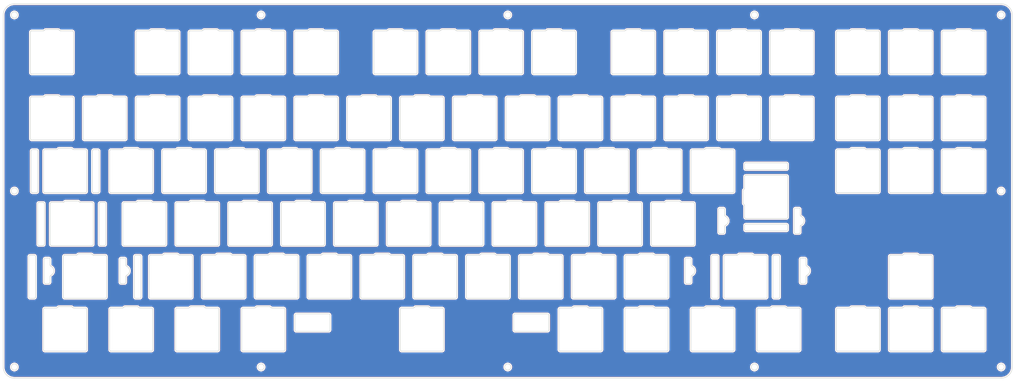
<source format=kicad_pcb>
(kicad_pcb (version 20171130) (host pcbnew "(5.0.0)")
  (layers (0 F.Cu signal) (31 B.Cu signal) (34 B.Paste user) (35 F.Paste user) (36 B.SilkS user) (37 F.SilkS user) (38 B.Mask user) (39 F.Mask user) (44 Edge.Cuts user))
  (net 0 "")
  (net 1 GND)
  (module locallib:Outline (layer F.Cu) (at 17.065625 17.272)
    (fp_text reference O1)
    (fp_text value Outline)
    (fp_arc (start 42.981575 109.228531) (end 42.981575 109.728531) (angle -60) (layer Edge.Cuts) (width 0.2))
    (fp_line (start -0.0024 131.063531) (end -0.0024 4.001031) (layer Edge.Cuts) (width 0.2))
    (fp_line (start 48.3476 109.228531) (end 43.8476 109.228531) (layer Edge.Cuts) (width 0.2))
    (fp_arc (start 3.9976 131.063531) (end -0.0024 131.063531) (angle -90) (layer Edge.Cuts) (width 0.2))
    (fp_arc (start 48.3476 109.728531) (end 48.780613 109.478531) (angle -60) (layer Edge.Cuts) (width 0.2))
    (fp_arc (start 359.6601 4.001031) (end 363.6601 4.001031) (angle -90) (layer Edge.Cuts) (width 0.2))
    (fp_arc (start 49.213625 109.228531) (end 48.780613 109.478531) (angle -60) (layer Edge.Cuts) (width 0.2))
    (fp_line (start 359.6601 135.063531) (end 3.9976 135.063531) (layer Edge.Cuts) (width 0.2))
    (fp_arc (start 53.4076 124.848531) (end 53.4076 125.348531) (angle -90) (layer Edge.Cuts) (width 0.2))
    (fp_line (start 38.7876 125.348531) (end 53.4076 125.348531) (layer Edge.Cuts) (width 0.2))
    (fp_arc (start 38.7876 124.848531) (end 38.2876 124.848531) (angle -90) (layer Edge.Cuts) (width 0.2))
    (fp_line (start 38.2876 110.228531) (end 38.2876 124.848531) (layer Edge.Cuts) (width 0.2))
    (fp_arc (start 38.7876 110.228531) (end 38.7876 109.728531) (angle -90) (layer Edge.Cuts) (width 0.2))
    (fp_arc (start 43.8476 109.728531) (end 43.8476 109.228531) (angle -60) (layer Edge.Cuts) (width 0.2))
    (fp_arc (start 359.6601 131.063531) (end 359.6601 135.063531) (angle -90) (layer Edge.Cuts) (width 0.2))
    (fp_line (start 363.6601 4.001031) (end 363.6601 131.063531) (layer Edge.Cuts) (width 0.2))
    (fp_circle (center 181.82885 4.001031) (end 180.67885 4.001031) (layer Edge.Cuts) (width 0.2))
    (fp_circle (center 3.9976 131.063531) (end 2.8476 131.063531) (layer Edge.Cuts) (width 0.2))
    (fp_line (start 53.4076 109.728531) (end 49.213625 109.728531) (layer Edge.Cuts) (width 0.2))
    (fp_arc (start 3.9976 4.001031) (end 3.9976 0.001031) (angle -90) (layer Edge.Cuts) (width 0.2))
    (fp_line (start 3.9976 0.001031) (end 359.6601 0.001031) (layer Edge.Cuts) (width 0.2))
    (fp_circle (center 270.744475 131.063531) (end 269.594475 131.063531) (layer Edge.Cuts) (width 0.2))
    (fp_line (start 42.981575 109.728531) (end 38.7876 109.728531) (layer Edge.Cuts) (width 0.2))
    (fp_arc (start 43.69895 100.465531) (end 43.69895 100.965531) (angle -90) (layer Edge.Cuts) (width 0.2))
    (fp_arc (start 43.69895 92.194531) (end 44.19895 92.194531) (angle -90) (layer Edge.Cuts) (width 0.2))
    (fp_arc (start 82.551125 90.178531) (end 82.118113 90.428531) (angle -60) (layer Edge.Cuts) (width 0.2))
    (fp_line (start 86.7451 90.678531) (end 82.551125 90.678531) (layer Edge.Cuts) (width 0.2))
    (fp_arc (start 43.5501 86.748531) (end 43.0501 86.748531) (angle -90) (layer Edge.Cuts) (width 0.2))
    (fp_line (start 43.69895 91.694531) (end 42.46375 91.694531) (layer Edge.Cuts) (width 0.2))
    (fp_arc (start 86.7451 105.798531) (end 86.7451 106.298531) (angle -90) (layer Edge.Cuts) (width 0.2))
    (fp_arc (start 11.15875 105.798531) (end 11.15875 106.298531) (angle -90) (layer Edge.Cuts) (width 0.2))
    (fp_arc (start 44.69895 94.243113) (end 44.19895 94.243113) (angle -65.64938197) (layer Edge.Cuts) (width 0.2))
    (fp_line (start 72.1251 106.298531) (end 86.7451 106.298531) (layer Edge.Cuts) (width 0.2))
    (fp_line (start 47.744075 71.628531) (end 43.5501 71.628531) (layer Edge.Cuts) (width 0.2))
    (fp_line (start 44.19895 94.243113) (end 44.19895 92.194531) (layer Edge.Cuts) (width 0.2))
    (fp_line (start 9.65875 106.298531) (end 11.15875 106.298531) (layer Edge.Cuts) (width 0.2))
    (fp_line (start 53.1101 71.128531) (end 48.6101 71.128531) (layer Edge.Cuts) (width 0.2))
    (fp_line (start 10.4751 68.198531) (end 11.9751 68.198531) (layer Edge.Cuts) (width 0.2))
    (fp_arc (start 10.4751 53.078531) (end 10.4751 52.578531) (angle -90) (layer Edge.Cuts) (width 0.2))
    (fp_arc (start 9.65875 105.798531) (end 9.15875 105.798531) (angle -90) (layer Edge.Cuts) (width 0.2))
    (fp_line (start 11.15875 90.678531) (end 9.65875 90.678531) (layer Edge.Cuts) (width 0.2))
    (fp_line (start 41.96375 92.194531) (end 41.96375 100.465531) (layer Edge.Cuts) (width 0.2))
    (fp_arc (start 44.69895 98.416949) (end 44.49279 97.961429) (angle -65.64938197) (layer Edge.Cuts) (width 0.2))
    (fp_arc (start 42.46375 100.465531) (end 41.96375 100.465531) (angle -90) (layer Edge.Cuts) (width 0.2))
    (fp_arc (start 72.1251 105.798531) (end 71.6251 105.798531) (angle -90) (layer Edge.Cuts) (width 0.2))
    (fp_line (start 71.6251 91.178531) (end 71.6251 105.798531) (layer Edge.Cuts) (width 0.2))
    (fp_line (start 44.19895 100.465531) (end 44.19895 98.416949) (layer Edge.Cuts) (width 0.2))
    (fp_line (start 42.46375 100.965531) (end 43.69895 100.965531) (layer Edge.Cuts) (width 0.2))
    (fp_line (start 43.0501 72.128531) (end 43.0501 86.748531) (layer Edge.Cuts) (width 0.2))
    (fp_line (start 58.1701 71.628531) (end 53.976125 71.628531) (layer Edge.Cuts) (width 0.2))
    (fp_arc (start 43.5501 72.128531) (end 43.5501 71.628531) (angle -90) (layer Edge.Cuts) (width 0.2))
    (fp_arc (start 11.9751 53.078531) (end 12.4751 53.078531) (angle -90) (layer Edge.Cuts) (width 0.2))
    (fp_arc (start 11.9751 67.698531) (end 11.9751 68.198531) (angle -90) (layer Edge.Cuts) (width 0.2))
    (fp_arc (start 42.46375 92.194531) (end 42.46375 91.694531) (angle -90) (layer Edge.Cuts) (width 0.2))
    (fp_arc (start 43.75445 96.330031) (end 44.49279 97.961429) (angle -131.2987639) (layer Edge.Cuts) (width 0.2))
    (fp_line (start 58.6701 86.748531) (end 58.6701 72.128531) (layer Edge.Cuts) (width 0.2))
    (fp_arc (start 58.1701 86.748531) (end 58.1701 87.248531) (angle -90) (layer Edge.Cuts) (width 0.2))
    (fp_arc (start 9.65875 91.178531) (end 9.65875 90.678531) (angle -90) (layer Edge.Cuts) (width 0.2))
    (fp_arc (start 53.976125 71.128531) (end 53.543113 71.378531) (angle -60) (layer Edge.Cuts) (width 0.2))
    (fp_line (start 43.5501 87.248531) (end 58.1701 87.248531) (layer Edge.Cuts) (width 0.2))
    (fp_line (start 11.9751 52.578531) (end 10.4751 52.578531) (layer Edge.Cuts) (width 0.2))
    (fp_arc (start 11.15875 91.178531) (end 11.65875 91.178531) (angle -90) (layer Edge.Cuts) (width 0.2))
    (fp_line (start 11.65875 105.798531) (end 11.65875 91.178531) (layer Edge.Cuts) (width 0.2))
    (fp_arc (start 58.1701 72.128531) (end 58.6701 72.128531) (angle -90) (layer Edge.Cuts) (width 0.2))
    (fp_arc (start 10.4751 67.698531) (end 9.9751 67.698531) (angle -90) (layer Edge.Cuts) (width 0.2))
    (fp_arc (start 48.6101 71.628531) (end 48.6101 71.128531) (angle -60) (layer Edge.Cuts) (width 0.2))
    (fp_arc (start 86.4476 52.578531) (end 86.880613 52.328531) (angle -60) (layer Edge.Cuts) (width 0.2))
    (fp_arc (start 86.7451 91.178531) (end 87.2451 91.178531) (angle -90) (layer Edge.Cuts) (width 0.2))
    (fp_arc (start 72.1251 91.178531) (end 72.1251 90.678531) (angle -90) (layer Edge.Cuts) (width 0.2))
    (fp_line (start 76.319075 90.678531) (end 72.1251 90.678531) (layer Edge.Cuts) (width 0.2))
    (fp_line (start 9.9751 53.078531) (end 9.9751 67.698531) (layer Edge.Cuts) (width 0.2))
    (fp_arc (start 53.1101 71.628531) (end 53.543113 71.378531) (angle -60) (layer Edge.Cuts) (width 0.2))
    (fp_arc (start 47.744075 71.128531) (end 47.744075 71.628531) (angle -60) (layer Edge.Cuts) (width 0.2))
    (fp_line (start 9.15875 91.178531) (end 9.15875 105.798531) (layer Edge.Cuts) (width 0.2))
    (fp_arc (start 76.319075 90.178531) (end 76.319075 90.678531) (angle -60) (layer Edge.Cuts) (width 0.2))
    (fp_arc (start 77.1851 90.678531) (end 77.1851 90.178531) (angle -60) (layer Edge.Cuts) (width 0.2))
    (fp_line (start 81.6851 90.178531) (end 77.1851 90.178531) (layer Edge.Cuts) (width 0.2))
    (fp_arc (start 81.6851 90.678531) (end 82.118113 90.428531) (angle -60) (layer Edge.Cuts) (width 0.2))
    (fp_line (start 87.2451 105.798531) (end 87.2451 91.178531) (layer Edge.Cuts) (width 0.2))
    (fp_line (start 12.4751 67.698531) (end 12.4751 53.078531) (layer Edge.Cuts) (width 0.2))
    (fp_arc (start 167.7076 10.216031) (end 168.2076 10.216031) (angle -90) (layer Edge.Cuts) (width 0.2))
    (fp_arc (start 219.194075 71.128531) (end 219.194075 71.628531) (angle -60) (layer Edge.Cuts) (width 0.2))
    (fp_arc (start 91.4726 9.716031) (end 91.4726 9.216031) (angle -60) (layer Edge.Cuts) (width 0.2))
    (fp_line (start 229.6201 71.628531) (end 225.426125 71.628531) (layer Edge.Cuts) (width 0.2))
    (fp_line (start 267.6376 59.853531) (end 282.2576 59.853531) (layer Edge.Cuts) (width 0.2))
    (fp_arc (start 267.6376 59.353531) (end 267.1376 59.353531) (angle -90) (layer Edge.Cuts) (width 0.2))
    (fp_line (start 219.194075 71.628531) (end 215.0001 71.628531) (layer Edge.Cuts) (width 0.2))
    (fp_line (start 224.5601 71.128531) (end 220.0601 71.128531) (layer Edge.Cuts) (width 0.2))
    (fp_line (start 230.1201 86.748531) (end 230.1201 72.128531) (layer Edge.Cuts) (width 0.2))
    (fp_arc (start 215.0001 86.748531) (end 214.5001 86.748531) (angle -90) (layer Edge.Cuts) (width 0.2))
    (fp_arc (start 158.1476 9.716031) (end 158.1476 9.216031) (angle -60) (layer Edge.Cuts) (width 0.2))
    (fp_arc (start 153.0876 10.216031) (end 153.0876 9.716031) (angle -90) (layer Edge.Cuts) (width 0.2))
    (fp_arc (start 96.838625 9.216031) (end 96.405613 9.466031) (angle -60) (layer Edge.Cuts) (width 0.2))
    (fp_arc (start 220.0601 71.628531) (end 220.0601 71.128531) (angle -60) (layer Edge.Cuts) (width 0.2))
    (fp_line (start 267.1376 57.853531) (end 267.1376 59.353531) (layer Edge.Cuts) (width 0.2))
    (fp_line (start 282.2576 57.353531) (end 267.6376 57.353531) (layer Edge.Cuts) (width 0.2))
    (fp_line (start 91.4726 9.216031) (end 95.9726 9.216031) (layer Edge.Cuts) (width 0.2))
    (fp_arc (start 229.6201 72.128531) (end 230.1201 72.128531) (angle -90) (layer Edge.Cuts) (width 0.2))
    (fp_line (start 86.4126 9.716031) (end 90.606575 9.716031) (layer Edge.Cuts) (width 0.2))
    (fp_arc (start 282.2576 57.853531) (end 282.7576 57.853531) (angle -90) (layer Edge.Cuts) (width 0.2))
    (fp_line (start 163.513625 9.716031) (end 167.7076 9.716031) (layer Edge.Cuts) (width 0.2))
    (fp_arc (start 225.426125 71.128531) (end 224.993113 71.378531) (angle -60) (layer Edge.Cuts) (width 0.2))
    (fp_arc (start 163.513625 9.216031) (end 163.080613 9.466031) (angle -60) (layer Edge.Cuts) (width 0.2))
    (fp_arc (start 90.606575 9.216031) (end 90.606575 9.716031) (angle -60) (layer Edge.Cuts) (width 0.2))
    (fp_line (start 101.5326 10.216031) (end 101.5326 24.836031) (layer Edge.Cuts) (width 0.2))
    (fp_line (start 167.7076 25.336031) (end 153.0876 25.336031) (layer Edge.Cuts) (width 0.2))
    (fp_arc (start 167.7076 24.836031) (end 167.7076 25.336031) (angle -90) (layer Edge.Cuts) (width 0.2))
    (fp_arc (start 282.2576 59.353531) (end 282.2576 59.853531) (angle -90) (layer Edge.Cuts) (width 0.2))
    (fp_line (start 85.9126 24.836031) (end 85.9126 10.216031) (layer Edge.Cuts) (width 0.2))
    (fp_line (start 282.7576 59.353531) (end 282.7576 57.853531) (layer Edge.Cuts) (width 0.2))
    (fp_line (start 215.0001 87.248531) (end 229.6201 87.248531) (layer Edge.Cuts) (width 0.2))
    (fp_arc (start 162.6476 9.716031) (end 163.080613 9.466031) (angle -60) (layer Edge.Cuts) (width 0.2))
    (fp_arc (start 157.281575 9.216031) (end 157.281575 9.716031) (angle -60) (layer Edge.Cuts) (width 0.2))
    (fp_line (start 96.838625 9.716031) (end 101.0326 9.716031) (layer Edge.Cuts) (width 0.2))
    (fp_arc (start 215.0001 72.128531) (end 215.0001 71.628531) (angle -90) (layer Edge.Cuts) (width 0.2))
    (fp_arc (start 224.5601 71.628531) (end 224.993113 71.378531) (angle -60) (layer Edge.Cuts) (width 0.2))
    (fp_line (start 286.7701 125.348531) (end 272.1501 125.348531) (layer Edge.Cuts) (width 0.2))
    (fp_line (start 272.1501 109.728531) (end 276.344075 109.728531) (layer Edge.Cuts) (width 0.2))
    (fp_arc (start 153.0876 24.836031) (end 152.5876 24.836031) (angle -90) (layer Edge.Cuts) (width 0.2))
    (fp_arc (start 276.344075 109.228531) (end 276.344075 109.728531) (angle -60) (layer Edge.Cuts) (width 0.2))
    (fp_line (start 153.0876 9.716031) (end 157.281575 9.716031) (layer Edge.Cuts) (width 0.2))
    (fp_arc (start 277.2101 109.728531) (end 277.2101 109.228531) (angle -60) (layer Edge.Cuts) (width 0.2))
    (fp_line (start 271.6501 124.848531) (end 271.6501 110.228531) (layer Edge.Cuts) (width 0.2))
    (fp_arc (start 282.576125 109.228531) (end 282.143113 109.478531) (angle -60) (layer Edge.Cuts) (width 0.2))
    (fp_arc (start 286.7701 124.848531) (end 286.7701 125.348531) (angle -90) (layer Edge.Cuts) (width 0.2))
    (fp_line (start 287.2701 110.228531) (end 287.2701 124.848531) (layer Edge.Cuts) (width 0.2))
    (fp_arc (start 101.0326 10.216031) (end 101.5326 10.216031) (angle -90) (layer Edge.Cuts) (width 0.2))
    (fp_arc (start 286.7701 110.228531) (end 287.2701 110.228531) (angle -90) (layer Edge.Cuts) (width 0.2))
    (fp_line (start 282.576125 109.728531) (end 286.7701 109.728531) (layer Edge.Cuts) (width 0.2))
    (fp_arc (start 267.6376 57.853531) (end 267.6376 57.353531) (angle -90) (layer Edge.Cuts) (width 0.2))
    (fp_arc (start 95.9726 9.716031) (end 96.405613 9.466031) (angle -60) (layer Edge.Cuts) (width 0.2))
    (fp_arc (start 281.7101 109.728531) (end 282.143113 109.478531) (angle -60) (layer Edge.Cuts) (width 0.2))
    (fp_arc (start 101.0326 24.836031) (end 101.0326 25.336031) (angle -90) (layer Edge.Cuts) (width 0.2))
    (fp_arc (start 272.1501 124.848531) (end 271.6501 124.848531) (angle -90) (layer Edge.Cuts) (width 0.2))
    (fp_line (start 158.1476 9.216031) (end 162.6476 9.216031) (layer Edge.Cuts) (width 0.2))
    (fp_arc (start 229.6201 86.748531) (end 229.6201 87.248531) (angle -90) (layer Edge.Cuts) (width 0.2))
    (fp_line (start 101.0326 25.336031) (end 86.4126 25.336031) (layer Edge.Cuts) (width 0.2))
    (fp_arc (start 86.4126 10.216031) (end 86.4126 9.716031) (angle -90) (layer Edge.Cuts) (width 0.2))
    (fp_line (start 152.5876 24.836031) (end 152.5876 10.216031) (layer Edge.Cuts) (width 0.2))
    (fp_arc (start 86.4126 24.836031) (end 85.9126 24.836031) (angle -90) (layer Edge.Cuts) (width 0.2))
    (fp_line (start 214.5001 72.128531) (end 214.5001 86.748531) (layer Edge.Cuts) (width 0.2))
    (fp_line (start 277.2101 109.228531) (end 281.7101 109.228531) (layer Edge.Cuts) (width 0.2))
    (fp_line (start 168.2076 10.216031) (end 168.2076 24.836031) (layer Edge.Cuts) (width 0.2))
    (fp_arc (start 272.1501 110.228531) (end 272.1501 109.728531) (angle -90) (layer Edge.Cuts) (width 0.2))
    (fp_arc (start 81.9476 52.578531) (end 81.9476 52.078531) (angle -60) (layer Edge.Cuts) (width 0.2))
    (fp_line (start 49.69895 105.798531) (end 49.69895 91.178531) (layer Edge.Cuts) (width 0.2))
    (fp_arc (start 49.19895 105.798531) (end 49.19895 106.298531) (angle -90) (layer Edge.Cuts) (width 0.2))
    (fp_line (start 47.19895 91.178531) (end 47.19895 105.798531) (layer Edge.Cuts) (width 0.2))
    (fp_line (start 47.69895 106.298531) (end 49.19895 106.298531) (layer Edge.Cuts) (width 0.2))
    (fp_arc (start 76.8876 53.078531) (end 76.8876 52.578531) (angle -90) (layer Edge.Cuts) (width 0.2))
    (fp_line (start 76.3876 67.698531) (end 76.3876 53.078531) (layer Edge.Cuts) (width 0.2))
    (fp_line (start 81.9476 52.078531) (end 86.4476 52.078531) (layer Edge.Cuts) (width 0.2))
    (fp_line (start 87.313625 52.578531) (end 91.5076 52.578531) (layer Edge.Cuts) (width 0.2))
    (fp_arc (start 49.19895 91.178531) (end 49.69895 91.178531) (angle -90) (layer Edge.Cuts) (width 0.2))
    (fp_arc (start 87.313625 52.078531) (end 86.880613 52.328531) (angle -60) (layer Edge.Cuts) (width 0.2))
    (fp_arc (start 91.5076 53.078531) (end 92.0076 53.078531) (angle -90) (layer Edge.Cuts) (width 0.2))
    (fp_arc (start 47.69895 91.178531) (end 47.69895 90.678531) (angle -90) (layer Edge.Cuts) (width 0.2))
    (fp_line (start 91.5076 68.198531) (end 76.8876 68.198531) (layer Edge.Cuts) (width 0.2))
    (fp_arc (start 76.8876 67.698531) (end 76.3876 67.698531) (angle -90) (layer Edge.Cuts) (width 0.2))
    (fp_arc (start 81.081575 52.078531) (end 81.081575 52.578531) (angle -60) (layer Edge.Cuts) (width 0.2))
    (fp_line (start 49.19895 90.678531) (end 47.69895 90.678531) (layer Edge.Cuts) (width 0.2))
    (fp_line (start 92.0076 53.078531) (end 92.0076 67.698531) (layer Edge.Cuts) (width 0.2))
    (fp_line (start 76.8876 52.578531) (end 81.081575 52.578531) (layer Edge.Cuts) (width 0.2))
    (fp_arc (start 91.5076 67.698531) (end 91.5076 68.198531) (angle -90) (layer Edge.Cuts) (width 0.2))
    (fp_arc (start 47.69895 105.798531) (end 47.19895 105.798531) (angle -90) (layer Edge.Cuts) (width 0.2))
    (fp_line (start 247.47045 91.694531) (end 246.23525 91.694531) (layer Edge.Cuts) (width 0.2))
    (fp_line (start 105.4626 25.336031) (end 120.0826 25.336031) (layer Edge.Cuts) (width 0.2))
    (fp_arc (start 286.792 74.160031) (end 287.292 74.160031) (angle -90) (layer Edge.Cuts) (width 0.2))
    (fp_arc (start 285.5568 74.160031) (end 285.5568 73.660031) (angle -90) (layer Edge.Cuts) (width 0.2))
    (fp_arc (start 285.5568 82.431031) (end 285.0568 82.431031) (angle -90) (layer Edge.Cuts) (width 0.2))
    (fp_line (start 287.292 80.030185) (end 287.292 82.431031) (layer Edge.Cuts) (width 0.2))
    (fp_arc (start 120.0826 10.216031) (end 120.5826 10.216031) (angle -90) (layer Edge.Cuts) (width 0.2))
    (fp_arc (start 120.0826 24.836031) (end 120.0826 25.336031) (angle -90) (layer Edge.Cuts) (width 0.2))
    (fp_arc (start 247.47045 92.194531) (end 247.97045 92.194531) (angle -90) (layer Edge.Cuts) (width 0.2))
    (fp_arc (start 248.47045 94.243113) (end 247.97045 94.243113) (angle -65.64938197) (layer Edge.Cuts) (width 0.2))
    (fp_line (start 245.73525 92.194531) (end 245.73525 100.465531) (layer Edge.Cuts) (width 0.2))
    (fp_arc (start 286.8475 78.295531) (end 287.292 80.030185) (angle -141.276765) (layer Edge.Cuts) (width 0.2))
    (fp_arc (start 247.52595 96.330031) (end 248.26429 97.961429) (angle -131.2987639) (layer Edge.Cuts) (width 0.2))
    (fp_line (start 247.97045 100.465531) (end 247.97045 98.416949) (layer Edge.Cuts) (width 0.2))
    (fp_arc (start 247.47045 100.465531) (end 247.47045 100.965531) (angle -90) (layer Edge.Cuts) (width 0.2))
    (fp_arc (start 286.792 82.431031) (end 286.792 82.931031) (angle -90) (layer Edge.Cuts) (width 0.2))
    (fp_arc (start 246.23525 92.194531) (end 246.23525 91.694531) (angle -90) (layer Edge.Cuts) (width 0.2))
    (fp_line (start 286.792 82.931031) (end 285.5568 82.931031) (layer Edge.Cuts) (width 0.2))
    (fp_line (start 287.292 74.160031) (end 287.292 76.208613) (layer Edge.Cuts) (width 0.2))
    (fp_line (start 246.23525 100.965531) (end 247.47045 100.965531) (layer Edge.Cuts) (width 0.2))
    (fp_line (start 285.0568 82.431031) (end 285.0568 74.160031) (layer Edge.Cuts) (width 0.2))
    (fp_line (start 285.5568 73.660031) (end 286.792 73.660031) (layer Edge.Cuts) (width 0.2))
    (fp_arc (start 287.792 76.208613) (end 287.292 76.208613) (angle -65.64938197) (layer Edge.Cuts) (width 0.2))
    (fp_line (start 120.0826 9.716031) (end 115.888625 9.716031) (layer Edge.Cuts) (width 0.2))
    (fp_line (start 120.5826 24.836031) (end 120.5826 10.216031) (layer Edge.Cuts) (width 0.2))
    (fp_arc (start 248.47045 98.416949) (end 248.26429 97.961429) (angle -65.64938197) (layer Edge.Cuts) (width 0.2))
    (fp_line (start 247.97045 94.243113) (end 247.97045 92.194531) (layer Edge.Cuts) (width 0.2))
    (fp_arc (start 246.23525 100.465531) (end 245.73525 100.465531) (angle -90) (layer Edge.Cuts) (width 0.2))
    (fp_arc (start 168.276125 71.128531) (end 167.843113 71.378531) (angle -60) (layer Edge.Cuts) (width 0.2))
    (fp_line (start 162.9101 71.128531) (end 167.4101 71.128531) (layer Edge.Cuts) (width 0.2))
    (fp_arc (start 162.9101 71.628531) (end 162.9101 71.128531) (angle -60) (layer Edge.Cuts) (width 0.2))
    (fp_arc (start 281.9726 33.528531) (end 281.9726 33.028531) (angle -60) (layer Edge.Cuts) (width 0.2))
    (fp_arc (start 200.144075 71.128531) (end 200.144075 71.628531) (angle -60) (layer Edge.Cuts) (width 0.2))
    (fp_arc (start 210.5701 86.748531) (end 210.5701 87.248531) (angle -90) (layer Edge.Cuts) (width 0.2))
    (fp_arc (start 281.106575 33.028531) (end 281.106575 33.528531) (angle -60) (layer Edge.Cuts) (width 0.2))
    (fp_arc (start 276.9126 34.028531) (end 276.9126 33.528531) (angle -90) (layer Edge.Cuts) (width 0.2))
    (fp_arc (start 195.9501 86.748531) (end 195.4501 86.748531) (angle -90) (layer Edge.Cuts) (width 0.2))
    (fp_line (start 291.5326 49.148531) (end 276.9126 49.148531) (layer Edge.Cuts) (width 0.2))
    (fp_arc (start 286.4726 33.528531) (end 286.905613 33.278531) (angle -60) (layer Edge.Cuts) (width 0.2))
    (fp_line (start 334.3951 125.348531) (end 319.7751 125.348531) (layer Edge.Cuts) (width 0.2))
    (fp_line (start 330.201125 109.728531) (end 334.3951 109.728531) (layer Edge.Cuts) (width 0.2))
    (fp_line (start 157.8501 71.628531) (end 162.044075 71.628531) (layer Edge.Cuts) (width 0.2))
    (fp_arc (start 195.9501 72.128531) (end 195.9501 71.628531) (angle -90) (layer Edge.Cuts) (width 0.2))
    (fp_line (start 338.3251 124.848531) (end 338.3251 110.228531) (layer Edge.Cuts) (width 0.2))
    (fp_line (start 319.7751 109.728531) (end 323.969075 109.728531) (layer Edge.Cuts) (width 0.2))
    (fp_arc (start 334.3951 124.848531) (end 334.3951 125.348531) (angle -90) (layer Edge.Cuts) (width 0.2))
    (fp_arc (start 324.8351 109.728531) (end 324.8351 109.228531) (angle -60) (layer Edge.Cuts) (width 0.2))
    (fp_line (start 172.9701 72.128531) (end 172.9701 86.748531) (layer Edge.Cuts) (width 0.2))
    (fp_arc (start 291.5326 34.028531) (end 292.0326 34.028531) (angle -90) (layer Edge.Cuts) (width 0.2))
    (fp_arc (start 172.4701 72.128531) (end 172.9701 72.128531) (angle -90) (layer Edge.Cuts) (width 0.2))
    (fp_line (start 287.338625 33.528531) (end 291.5326 33.528531) (layer Edge.Cuts) (width 0.2))
    (fp_arc (start 353.4451 110.228531) (end 353.9451 110.228531) (angle -90) (layer Edge.Cuts) (width 0.2))
    (fp_line (start 349.251125 109.728531) (end 353.4451 109.728531) (layer Edge.Cuts) (width 0.2))
    (fp_arc (start 319.7751 110.228531) (end 319.7751 109.728531) (angle -90) (layer Edge.Cuts) (width 0.2))
    (fp_line (start 319.2751 124.848531) (end 319.2751 110.228531) (layer Edge.Cuts) (width 0.2))
    (fp_arc (start 329.3351 109.728531) (end 329.768113 109.478531) (angle -60) (layer Edge.Cuts) (width 0.2))
    (fp_line (start 276.9126 33.528531) (end 281.106575 33.528531) (layer Edge.Cuts) (width 0.2))
    (fp_line (start 157.3501 86.748531) (end 157.3501 72.128531) (layer Edge.Cuts) (width 0.2))
    (fp_arc (start 276.9126 48.648531) (end 276.4126 48.648531) (angle -90) (layer Edge.Cuts) (width 0.2))
    (fp_arc (start 343.019075 109.228531) (end 343.019075 109.728531) (angle -60) (layer Edge.Cuts) (width 0.2))
    (fp_arc (start 348.3851 109.728531) (end 348.818113 109.478531) (angle -60) (layer Edge.Cuts) (width 0.2))
    (fp_line (start 210.5701 87.248531) (end 195.9501 87.248531) (layer Edge.Cuts) (width 0.2))
    (fp_line (start 343.8851 109.228531) (end 348.3851 109.228531) (layer Edge.Cuts) (width 0.2))
    (fp_arc (start 334.3951 110.228531) (end 334.8951 110.228531) (angle -90) (layer Edge.Cuts) (width 0.2))
    (fp_arc (start 162.044075 71.128531) (end 162.044075 71.628531) (angle -60) (layer Edge.Cuts) (width 0.2))
    (fp_line (start 334.8951 110.228531) (end 334.8951 124.848531) (layer Edge.Cuts) (width 0.2))
    (fp_line (start 195.4501 86.748531) (end 195.4501 72.128531) (layer Edge.Cuts) (width 0.2))
    (fp_arc (start 172.4701 86.748531) (end 172.4701 87.248531) (angle -90) (layer Edge.Cuts) (width 0.2))
    (fp_line (start 292.0326 34.028531) (end 292.0326 48.648531) (layer Edge.Cuts) (width 0.2))
    (fp_line (start 195.9501 71.628531) (end 200.144075 71.628531) (layer Edge.Cuts) (width 0.2))
    (fp_arc (start 343.8851 109.728531) (end 343.8851 109.228531) (angle -60) (layer Edge.Cuts) (width 0.2))
    (fp_line (start 353.9451 110.228531) (end 353.9451 124.848531) (layer Edge.Cuts) (width 0.2))
    (fp_line (start 338.8251 109.728531) (end 343.019075 109.728531) (layer Edge.Cuts) (width 0.2))
    (fp_arc (start 167.4101 71.628531) (end 167.843113 71.378531) (angle -60) (layer Edge.Cuts) (width 0.2))
    (fp_line (start 281.9726 33.028531) (end 286.4726 33.028531) (layer Edge.Cuts) (width 0.2))
    (fp_arc (start 338.8251 110.228531) (end 338.8251 109.728531) (angle -90) (layer Edge.Cuts) (width 0.2))
    (fp_arc (start 319.7751 124.848531) (end 319.2751 124.848531) (angle -90) (layer Edge.Cuts) (width 0.2))
    (fp_arc (start 338.8251 124.848531) (end 338.3251 124.848531) (angle -90) (layer Edge.Cuts) (width 0.2))
    (fp_line (start 353.4451 125.348531) (end 338.8251 125.348531) (layer Edge.Cuts) (width 0.2))
    (fp_arc (start 353.4451 124.848531) (end 353.4451 125.348531) (angle -90) (layer Edge.Cuts) (width 0.2))
    (fp_arc (start 349.251125 109.228531) (end 348.818113 109.478531) (angle -60) (layer Edge.Cuts) (width 0.2))
    (fp_line (start 324.8351 109.228531) (end 329.3351 109.228531) (layer Edge.Cuts) (width 0.2))
    (fp_line (start 211.0701 72.128531) (end 211.0701 86.748531) (layer Edge.Cuts) (width 0.2))
    (fp_arc (start 323.969075 109.228531) (end 323.969075 109.728531) (angle -60) (layer Edge.Cuts) (width 0.2))
    (fp_line (start 168.276125 71.628531) (end 172.4701 71.628531) (layer Edge.Cuts) (width 0.2))
    (fp_arc (start 287.338625 33.028531) (end 286.905613 33.278531) (angle -60) (layer Edge.Cuts) (width 0.2))
    (fp_arc (start 330.201125 109.228531) (end 329.768113 109.478531) (angle -60) (layer Edge.Cuts) (width 0.2))
    (fp_line (start 172.4701 87.248531) (end 157.8501 87.248531) (layer Edge.Cuts) (width 0.2))
    (fp_arc (start 291.5326 48.648531) (end 291.5326 49.148531) (angle -90) (layer Edge.Cuts) (width 0.2))
    (fp_arc (start 157.8501 72.128531) (end 157.8501 71.628531) (angle -90) (layer Edge.Cuts) (width 0.2))
    (fp_line (start 276.4126 48.648531) (end 276.4126 34.028531) (layer Edge.Cuts) (width 0.2))
    (fp_arc (start 157.8501 86.748531) (end 157.3501 86.748531) (angle -90) (layer Edge.Cuts) (width 0.2))
    (fp_line (start 67.6951 90.678531) (end 63.501125 90.678531) (layer Edge.Cuts) (width 0.2))
    (fp_arc (start 72.1601 109.728531) (end 72.593113 109.478531) (angle -60) (layer Edge.Cuts) (width 0.2))
    (fp_arc (start 14.35635 86.748531) (end 14.35635 87.248531) (angle -90) (layer Edge.Cuts) (width 0.2))
    (fp_arc (start 67.6601 109.728531) (end 67.6601 109.228531) (angle -60) (layer Edge.Cuts) (width 0.2))
    (fp_line (start 12.35635 72.128531) (end 12.35635 86.748531) (layer Edge.Cuts) (width 0.2))
    (fp_line (start 73.026125 109.728531) (end 77.2201 109.728531) (layer Edge.Cuts) (width 0.2))
    (fp_arc (start 53.0751 91.178531) (end 53.0751 90.678531) (angle -90) (layer Edge.Cuts) (width 0.2))
    (fp_arc (start 63.501125 90.178531) (end 63.068113 90.428531) (angle -60) (layer Edge.Cuts) (width 0.2))
    (fp_arc (start 58.1351 90.678531) (end 58.1351 90.178531) (angle -60) (layer Edge.Cuts) (width 0.2))
    (fp_line (start 62.6351 90.178531) (end 58.1351 90.178531) (layer Edge.Cuts) (width 0.2))
    (fp_arc (start 62.6351 90.678531) (end 63.068113 90.428531) (angle -60) (layer Edge.Cuts) (width 0.2))
    (fp_line (start 14.35635 71.628531) (end 12.85635 71.628531) (layer Edge.Cuts) (width 0.2))
    (fp_line (start 77.7201 110.228531) (end 77.7201 124.848531) (layer Edge.Cuts) (width 0.2))
    (fp_arc (start 12.85635 72.128531) (end 12.85635 71.628531) (angle -90) (layer Edge.Cuts) (width 0.2))
    (fp_line (start 57.269075 90.678531) (end 53.0751 90.678531) (layer Edge.Cuts) (width 0.2))
    (fp_arc (start 14.35635 72.128531) (end 14.85635 72.128531) (angle -90) (layer Edge.Cuts) (width 0.2))
    (fp_line (start 67.6601 109.228531) (end 72.1601 109.228531) (layer Edge.Cuts) (width 0.2))
    (fp_arc (start 12.85635 86.748531) (end 12.35635 86.748531) (angle -90) (layer Edge.Cuts) (width 0.2))
    (fp_arc (start 57.269075 90.178531) (end 57.269075 90.678531) (angle -60) (layer Edge.Cuts) (width 0.2))
    (fp_line (start 14.85635 86.748531) (end 14.85635 72.128531) (layer Edge.Cuts) (width 0.2))
    (fp_line (start 12.85635 87.248531) (end 14.35635 87.248531) (layer Edge.Cuts) (width 0.2))
    (fp_arc (start 77.2201 110.228531) (end 77.7201 110.228531) (angle -90) (layer Edge.Cuts) (width 0.2))
    (fp_arc (start 73.026125 109.228531) (end 72.593113 109.478531) (angle -60) (layer Edge.Cuts) (width 0.2))
    (fp_circle (center 181.82885 131.063531) (end 180.67885 131.063531) (layer Edge.Cuts) (width 0.2))
    (fp_circle (center 359.6601 4.001031) (end 358.5101 4.001031) (layer Edge.Cuts) (width 0.2))
    (fp_circle (center 270.744475 4.001031) (end 269.594475 4.001031) (layer Edge.Cuts) (width 0.2))
    (fp_circle (center 3.9976 4.001031) (end 2.8476 4.001031) (layer Edge.Cuts) (width 0.2))
    (fp_circle (center 359.6601 67.532281) (end 358.5101 67.532281) (layer Edge.Cuts) (width 0.2))
    (fp_circle (center 92.913225 131.063531) (end 91.763225 131.063531) (layer Edge.Cuts) (width 0.2))
    (fp_circle (center 359.6601 131.063531) (end 358.5101 131.063531) (layer Edge.Cuts) (width 0.2))
    (fp_circle (center 3.9976 67.532281) (end 2.8476 67.532281) (layer Edge.Cuts) (width 0.2))
    (fp_circle (center 92.913225 4.001031) (end 91.763225 4.001031) (layer Edge.Cuts) (width 0.2))
    (fp_arc (start 348.3851 33.528531) (end 348.818113 33.278531) (angle -60) (layer Edge.Cuts) (width 0.2))
    (fp_line (start 177.7326 48.648531) (end 177.7326 34.028531) (layer Edge.Cuts) (width 0.2))
    (fp_line (start 353.4451 49.148531) (end 338.8251 49.148531) (layer Edge.Cuts) (width 0.2))
    (fp_arc (start 109.656575 33.028531) (end 109.656575 33.528531) (angle -60) (layer Edge.Cuts) (width 0.2))
    (fp_line (start 105.4626 49.148531) (end 120.0826 49.148531) (layer Edge.Cuts) (width 0.2))
    (fp_arc (start 162.6126 34.028531) (end 162.6126 33.528531) (angle -90) (layer Edge.Cuts) (width 0.2))
    (fp_line (start 166.806575 33.528531) (end 162.6126 33.528531) (layer Edge.Cuts) (width 0.2))
    (fp_arc (start 319.7751 10.216031) (end 319.7751 9.716031) (angle -90) (layer Edge.Cuts) (width 0.2))
    (fp_arc (start 173.038625 33.028531) (end 172.605613 33.278531) (angle -60) (layer Edge.Cuts) (width 0.2))
    (fp_line (start 144.3951 91.178531) (end 144.3951 105.798531) (layer Edge.Cuts) (width 0.2))
    (fp_arc (start 133.469075 90.178531) (end 133.469075 90.678531) (angle -60) (layer Edge.Cuts) (width 0.2))
    (fp_line (start 129.2751 90.678531) (end 133.469075 90.678531) (layer Edge.Cuts) (width 0.2))
    (fp_line (start 115.0226 33.028531) (end 110.5226 33.028531) (layer Edge.Cuts) (width 0.2))
    (fp_line (start 139.701125 90.678531) (end 143.8951 90.678531) (layer Edge.Cuts) (width 0.2))
    (fp_arc (start 167.6726 33.528531) (end 167.6726 33.028531) (angle -60) (layer Edge.Cuts) (width 0.2))
    (fp_line (start 162.6126 49.148531) (end 177.2326 49.148531) (layer Edge.Cuts) (width 0.2))
    (fp_line (start 353.9451 34.028531) (end 353.9451 48.648531) (layer Edge.Cuts) (width 0.2))
    (fp_arc (start 105.4626 48.648531) (end 104.9626 48.648531) (angle -90) (layer Edge.Cuts) (width 0.2))
    (fp_arc (start 110.5226 33.528531) (end 110.5226 33.028531) (angle -60) (layer Edge.Cuts) (width 0.2))
    (fp_arc (start 120.0826 48.648531) (end 120.0826 49.148531) (angle -90) (layer Edge.Cuts) (width 0.2))
    (fp_arc (start 323.969075 9.216031) (end 323.969075 9.716031) (angle -60) (layer Edge.Cuts) (width 0.2))
    (fp_arc (start 129.2751 91.178531) (end 129.2751 90.678531) (angle -90) (layer Edge.Cuts) (width 0.2))
    (fp_arc (start 143.8951 91.178531) (end 144.3951 91.178531) (angle -90) (layer Edge.Cuts) (width 0.2))
    (fp_arc (start 115.888625 33.028531) (end 115.455613 33.278531) (angle -60) (layer Edge.Cuts) (width 0.2))
    (fp_line (start 120.0826 33.528531) (end 115.888625 33.528531) (layer Edge.Cuts) (width 0.2))
    (fp_arc (start 166.806575 33.028531) (end 166.806575 33.528531) (angle -60) (layer Edge.Cuts) (width 0.2))
    (fp_arc (start 138.8351 90.678531) (end 139.268113 90.428531) (angle -60) (layer Edge.Cuts) (width 0.2))
    (fp_arc (start 172.1726 33.528531) (end 172.605613 33.278531) (angle -60) (layer Edge.Cuts) (width 0.2))
    (fp_arc (start 120.0826 34.028531) (end 120.5826 34.028531) (angle -90) (layer Edge.Cuts) (width 0.2))
    (fp_line (start 128.7751 105.798531) (end 128.7751 91.178531) (layer Edge.Cuts) (width 0.2))
    (fp_arc (start 129.2751 105.798531) (end 128.7751 105.798531) (angle -90) (layer Edge.Cuts) (width 0.2))
    (fp_arc (start 162.6126 48.648531) (end 162.1126 48.648531) (angle -90) (layer Edge.Cuts) (width 0.2))
    (fp_arc (start 343.019075 33.028531) (end 343.019075 33.528531) (angle -60) (layer Edge.Cuts) (width 0.2))
    (fp_line (start 323.969075 9.716031) (end 319.7751 9.716031) (layer Edge.Cuts) (width 0.2))
    (fp_line (start 349.251125 33.528531) (end 353.4451 33.528531) (layer Edge.Cuts) (width 0.2))
    (fp_line (start 343.8851 33.028531) (end 348.3851 33.028531) (layer Edge.Cuts) (width 0.2))
    (fp_arc (start 343.8851 33.528531) (end 343.8851 33.028531) (angle -60) (layer Edge.Cuts) (width 0.2))
    (fp_arc (start 177.2326 34.028531) (end 177.7326 34.028531) (angle -90) (layer Edge.Cuts) (width 0.2))
    (fp_line (start 338.3251 48.648531) (end 338.3251 34.028531) (layer Edge.Cuts) (width 0.2))
    (fp_arc (start 353.4451 48.648531) (end 353.4451 49.148531) (angle -90) (layer Edge.Cuts) (width 0.2))
    (fp_line (start 120.5826 48.648531) (end 120.5826 34.028531) (layer Edge.Cuts) (width 0.2))
    (fp_line (start 162.1126 34.028531) (end 162.1126 48.648531) (layer Edge.Cuts) (width 0.2))
    (fp_line (start 104.9626 34.028531) (end 104.9626 48.648531) (layer Edge.Cuts) (width 0.2))
    (fp_line (start 109.656575 33.528531) (end 105.4626 33.528531) (layer Edge.Cuts) (width 0.2))
    (fp_arc (start 177.2326 48.648531) (end 177.2326 49.148531) (angle -90) (layer Edge.Cuts) (width 0.2))
    (fp_arc (start 115.0226 33.528531) (end 115.455613 33.278531) (angle -60) (layer Edge.Cuts) (width 0.2))
    (fp_arc (start 338.8251 34.028531) (end 338.8251 33.528531) (angle -90) (layer Edge.Cuts) (width 0.2))
    (fp_line (start 143.8951 106.298531) (end 129.2751 106.298531) (layer Edge.Cuts) (width 0.2))
    (fp_line (start 338.8251 33.528531) (end 343.019075 33.528531) (layer Edge.Cuts) (width 0.2))
    (fp_arc (start 338.8251 48.648531) (end 338.3251 48.648531) (angle -90) (layer Edge.Cuts) (width 0.2))
    (fp_arc (start 353.4451 34.028531) (end 353.9451 34.028531) (angle -90) (layer Edge.Cuts) (width 0.2))
    (fp_arc (start 105.4626 34.028531) (end 105.4626 33.528531) (angle -90) (layer Edge.Cuts) (width 0.2))
    (fp_line (start 172.1726 33.028531) (end 167.6726 33.028531) (layer Edge.Cuts) (width 0.2))
    (fp_arc (start 143.8951 105.798531) (end 143.8951 106.298531) (angle -90) (layer Edge.Cuts) (width 0.2))
    (fp_line (start 177.2326 33.528531) (end 173.038625 33.528531) (layer Edge.Cuts) (width 0.2))
    (fp_arc (start 139.701125 90.178531) (end 139.268113 90.428531) (angle -60) (layer Edge.Cuts) (width 0.2))
    (fp_arc (start 349.251125 33.028531) (end 348.818113 33.278531) (angle -60) (layer Edge.Cuts) (width 0.2))
    (fp_arc (start 24.8326 48.648531) (end 24.8326 49.148531) (angle -90) (layer Edge.Cuts) (width 0.2))
    (fp_line (start 329.3351 9.216031) (end 324.8351 9.216031) (layer Edge.Cuts) (width 0.2))
    (fp_arc (start 329.3351 9.716031) (end 329.768113 9.466031) (angle -60) (layer Edge.Cuts) (width 0.2))
    (fp_arc (start 334.3951 24.836031) (end 334.3951 25.336031) (angle -90) (layer Edge.Cuts) (width 0.2))
    (fp_arc (start 62.9326 34.028531) (end 63.4326 34.028531) (angle -90) (layer Edge.Cuts) (width 0.2))
    (fp_line (start 319.7751 25.336031) (end 334.3951 25.336031) (layer Edge.Cuts) (width 0.2))
    (fp_arc (start 300.7251 10.216031) (end 300.7251 9.716031) (angle -90) (layer Edge.Cuts) (width 0.2))
    (fp_line (start 25.3326 34.028531) (end 25.3326 48.648531) (layer Edge.Cuts) (width 0.2))
    (fp_line (start 304.919075 9.716031) (end 300.7251 9.716031) (layer Edge.Cuts) (width 0.2))
    (fp_arc (start 304.919075 9.216031) (end 304.919075 9.716031) (angle -60) (layer Edge.Cuts) (width 0.2))
    (fp_arc (start 310.2851 9.716031) (end 310.718113 9.466031) (angle -60) (layer Edge.Cuts) (width 0.2))
    (fp_line (start 67.3976 52.078531) (end 62.8976 52.078531) (layer Edge.Cuts) (width 0.2))
    (fp_arc (start 62.9326 48.648531) (end 62.9326 49.148531) (angle -90) (layer Edge.Cuts) (width 0.2))
    (fp_line (start 315.3451 9.716031) (end 311.151125 9.716031) (layer Edge.Cuts) (width 0.2))
    (fp_line (start 36.47635 71.628531) (end 34.97635 71.628531) (layer Edge.Cuts) (width 0.2))
    (fp_arc (start 72.4576 53.078531) (end 72.9576 53.078531) (angle -90) (layer Edge.Cuts) (width 0.2))
    (fp_line (start 57.3376 53.078531) (end 57.3376 67.698531) (layer Edge.Cuts) (width 0.2))
    (fp_line (start 57.8376 68.198531) (end 72.4576 68.198531) (layer Edge.Cuts) (width 0.2))
    (fp_line (start 48.3126 33.528531) (end 52.506575 33.528531) (layer Edge.Cuts) (width 0.2))
    (fp_line (start 62.9326 49.148531) (end 48.3126 49.148531) (layer Edge.Cuts) (width 0.2))
    (fp_arc (start 68.263625 52.078531) (end 67.830613 52.328531) (angle -60) (layer Edge.Cuts) (width 0.2))
    (fp_arc (start 36.47635 72.128531) (end 36.97635 72.128531) (angle -90) (layer Edge.Cuts) (width 0.2))
    (fp_line (start 47.8126 48.648531) (end 47.8126 34.028531) (layer Edge.Cuts) (width 0.2))
    (fp_line (start 34.47635 72.128531) (end 34.47635 86.748531) (layer Edge.Cuts) (width 0.2))
    (fp_line (start 53.3726 33.028531) (end 57.8726 33.028531) (layer Edge.Cuts) (width 0.2))
    (fp_line (start 62.031575 52.578531) (end 57.8376 52.578531) (layer Edge.Cuts) (width 0.2))
    (fp_arc (start 324.8351 9.716031) (end 324.8351 9.216031) (angle -60) (layer Edge.Cuts) (width 0.2))
    (fp_arc (start 330.201125 9.216031) (end 329.768113 9.466031) (angle -60) (layer Edge.Cuts) (width 0.2))
    (fp_line (start 334.3951 9.716031) (end 330.201125 9.716031) (layer Edge.Cuts) (width 0.2))
    (fp_arc (start 34.97635 72.128531) (end 34.97635 71.628531) (angle -90) (layer Edge.Cuts) (width 0.2))
    (fp_arc (start 334.3951 10.216031) (end 334.8951 10.216031) (angle -90) (layer Edge.Cuts) (width 0.2))
    (fp_line (start 334.8951 24.836031) (end 334.8951 10.216031) (layer Edge.Cuts) (width 0.2))
    (fp_arc (start 319.7751 24.836031) (end 319.2751 24.836031) (angle -90) (layer Edge.Cuts) (width 0.2))
    (fp_arc (start 315.3451 24.836031) (end 315.3451 25.336031) (angle -90) (layer Edge.Cuts) (width 0.2))
    (fp_arc (start 72.4576 67.698531) (end 72.4576 68.198531) (angle -90) (layer Edge.Cuts) (width 0.2))
    (fp_arc (start 305.7851 9.716031) (end 305.7851 9.216031) (angle -60) (layer Edge.Cuts) (width 0.2))
    (fp_arc (start 53.3726 33.528531) (end 53.3726 33.028531) (angle -60) (layer Edge.Cuts) (width 0.2))
    (fp_arc (start 34.97635 86.748531) (end 34.47635 86.748531) (angle -90) (layer Edge.Cuts) (width 0.2))
    (fp_line (start 36.97635 86.748531) (end 36.97635 72.128531) (layer Edge.Cuts) (width 0.2))
    (fp_arc (start 62.031575 52.078531) (end 62.031575 52.578531) (angle -60) (layer Edge.Cuts) (width 0.2))
    (fp_arc (start 58.738625 33.028531) (end 58.305613 33.278531) (angle -60) (layer Edge.Cuts) (width 0.2))
    (fp_line (start 319.2751 10.216031) (end 319.2751 24.836031) (layer Edge.Cuts) (width 0.2))
    (fp_line (start 72.9576 67.698531) (end 72.9576 53.078531) (layer Edge.Cuts) (width 0.2))
    (fp_arc (start 57.8376 53.078531) (end 57.8376 52.578531) (angle -90) (layer Edge.Cuts) (width 0.2))
    (fp_arc (start 300.7251 24.836031) (end 300.2251 24.836031) (angle -90) (layer Edge.Cuts) (width 0.2))
    (fp_line (start 315.8451 24.836031) (end 315.8451 10.216031) (layer Edge.Cuts) (width 0.2))
    (fp_line (start 58.738625 33.528531) (end 62.9326 33.528531) (layer Edge.Cuts) (width 0.2))
    (fp_line (start 300.2251 10.216031) (end 300.2251 24.836031) (layer Edge.Cuts) (width 0.2))
    (fp_arc (start 57.8726 33.528531) (end 58.305613 33.278531) (angle -60) (layer Edge.Cuts) (width 0.2))
    (fp_line (start 310.2851 9.216031) (end 305.7851 9.216031) (layer Edge.Cuts) (width 0.2))
    (fp_arc (start 315.3451 10.216031) (end 315.8451 10.216031) (angle -90) (layer Edge.Cuts) (width 0.2))
    (fp_arc (start 57.8376 67.698531) (end 57.3376 67.698531) (angle -90) (layer Edge.Cuts) (width 0.2))
    (fp_arc (start 311.151125 9.216031) (end 310.718113 9.466031) (angle -60) (layer Edge.Cuts) (width 0.2))
    (fp_line (start 300.7251 25.336031) (end 315.3451 25.336031) (layer Edge.Cuts) (width 0.2))
    (fp_arc (start 67.3976 52.578531) (end 67.830613 52.328531) (angle -60) (layer Edge.Cuts) (width 0.2))
    (fp_line (start 72.4576 52.578531) (end 68.263625 52.578531) (layer Edge.Cuts) (width 0.2))
    (fp_line (start 24.8326 49.148531) (end 10.2126 49.148531) (layer Edge.Cuts) (width 0.2))
    (fp_line (start 34.97635 87.248531) (end 36.47635 87.248531) (layer Edge.Cuts) (width 0.2))
    (fp_arc (start 36.47635 86.748531) (end 36.47635 87.248531) (angle -90) (layer Edge.Cuts) (width 0.2))
    (fp_arc (start 48.3126 34.028531) (end 48.3126 33.528531) (angle -90) (layer Edge.Cuts) (width 0.2))
    (fp_arc (start 62.8976 52.578531) (end 62.8976 52.078531) (angle -60) (layer Edge.Cuts) (width 0.2))
    (fp_line (start 63.4326 34.028531) (end 63.4326 48.648531) (layer Edge.Cuts) (width 0.2))
    (fp_arc (start 52.506575 33.028531) (end 52.506575 33.528531) (angle -60) (layer Edge.Cuts) (width 0.2))
    (fp_arc (start 48.3126 48.648531) (end 47.8126 48.648531) (angle -90) (layer Edge.Cuts) (width 0.2))
    (fp_line (start 62.6001 71.628531) (end 66.794075 71.628531) (layer Edge.Cuts) (width 0.2))
    (fp_line (start 20.0351 52.078531) (end 24.5351 52.078531) (layer Edge.Cuts) (width 0.2))
    (fp_line (start 29.5951 68.198531) (end 14.9751 68.198531) (layer Edge.Cuts) (width 0.2))
    (fp_arc (start 15.15875 92.194531) (end 15.15875 91.694531) (angle -90) (layer Edge.Cuts) (width 0.2))
    (fp_arc (start 62.6001 72.128531) (end 62.6001 71.628531) (angle -90) (layer Edge.Cuts) (width 0.2))
    (fp_arc (start 17.39395 94.243113) (end 16.89395 94.243113) (angle -65.64938197) (layer Edge.Cuts) (width 0.2))
    (fp_line (start 14.9751 52.578531) (end 19.169075 52.578531) (layer Edge.Cuts) (width 0.2))
    (fp_line (start 14.4751 67.698531) (end 14.4751 53.078531) (layer Edge.Cuts) (width 0.2))
    (fp_line (start 10.2126 25.336031) (end 24.8326 25.336031) (layer Edge.Cuts) (width 0.2))
    (fp_arc (start 17.39395 98.416949) (end 17.18779 97.961429) (angle -65.64938197) (layer Edge.Cuts) (width 0.2))
    (fp_arc (start 29.5951 53.078531) (end 30.0951 53.078531) (angle -90) (layer Edge.Cuts) (width 0.2))
    (fp_line (start 16.89395 92.194531) (end 16.89395 94.243113) (layer Edge.Cuts) (width 0.2))
    (fp_arc (start 29.5951 67.698531) (end 29.5951 68.198531) (angle -90) (layer Edge.Cuts) (width 0.2))
    (fp_arc (start 24.5351 52.578531) (end 24.968113 52.328531) (angle -60) (layer Edge.Cuts) (width 0.2))
    (fp_line (start 14.406575 9.716031) (end 10.2126 9.716031) (layer Edge.Cuts) (width 0.2))
    (fp_arc (start 24.8326 10.216031) (end 25.3326 10.216031) (angle -90) (layer Edge.Cuts) (width 0.2))
    (fp_line (start 16.39395 100.965531) (end 15.15875 100.965531) (layer Edge.Cuts) (width 0.2))
    (fp_arc (start 10.2126 48.648531) (end 9.7126 48.648531) (angle -90) (layer Edge.Cuts) (width 0.2))
    (fp_arc (start 24.8326 34.028531) (end 25.3326 34.028531) (angle -90) (layer Edge.Cuts) (width 0.2))
    (fp_arc (start 20.638625 33.028531) (end 20.205613 33.278531) (angle -60) (layer Edge.Cuts) (width 0.2))
    (fp_arc (start 14.406575 9.216031) (end 14.406575 9.716031) (angle -60) (layer Edge.Cuts) (width 0.2))
    (fp_line (start 14.65875 100.465531) (end 14.65875 92.194531) (layer Edge.Cuts) (width 0.2))
    (fp_line (start 9.7126 10.216031) (end 9.7126 24.836031) (layer Edge.Cuts) (width 0.2))
    (fp_arc (start 16.44945 96.330031) (end 17.18779 97.961429) (angle -131.2987639) (layer Edge.Cuts) (width 0.2))
    (fp_line (start 24.8326 9.716031) (end 20.638625 9.716031) (layer Edge.Cuts) (width 0.2))
    (fp_arc (start 14.406575 33.028531) (end 14.406575 33.528531) (angle -60) (layer Edge.Cuts) (width 0.2))
    (fp_line (start 10.2126 33.528531) (end 14.406575 33.528531) (layer Edge.Cuts) (width 0.2))
    (fp_arc (start 10.2126 34.028531) (end 10.2126 33.528531) (angle -90) (layer Edge.Cuts) (width 0.2))
    (fp_line (start 62.1001 86.748531) (end 62.1001 72.128531) (layer Edge.Cuts) (width 0.2))
    (fp_arc (start 10.2126 10.216031) (end 10.2126 9.716031) (angle -90) (layer Edge.Cuts) (width 0.2))
    (fp_arc (start 77.2201 86.748531) (end 77.2201 87.248531) (angle -90) (layer Edge.Cuts) (width 0.2))
    (fp_arc (start 67.6601 71.628531) (end 67.6601 71.128531) (angle -60) (layer Edge.Cuts) (width 0.2))
    (fp_line (start 25.401125 52.578531) (end 29.5951 52.578531) (layer Edge.Cuts) (width 0.2))
    (fp_line (start 30.0951 53.078531) (end 30.0951 67.698531) (layer Edge.Cuts) (width 0.2))
    (fp_arc (start 10.2126 24.836031) (end 9.7126 24.836031) (angle -90) (layer Edge.Cuts) (width 0.2))
    (fp_line (start 15.15875 91.694531) (end 16.39395 91.694531) (layer Edge.Cuts) (width 0.2))
    (fp_line (start 25.3326 24.836031) (end 25.3326 10.216031) (layer Edge.Cuts) (width 0.2))
    (fp_arc (start 16.39395 100.465531) (end 16.39395 100.965531) (angle -90) (layer Edge.Cuts) (width 0.2))
    (fp_arc (start 15.2726 9.716031) (end 15.2726 9.216031) (angle -60) (layer Edge.Cuts) (width 0.2))
    (fp_line (start 9.7126 48.648531) (end 9.7126 34.028531) (layer Edge.Cuts) (width 0.2))
    (fp_arc (start 25.401125 52.078531) (end 24.968113 52.328531) (angle -60) (layer Edge.Cuts) (width 0.2))
    (fp_line (start 73.026125 71.628531) (end 77.2201 71.628531) (layer Edge.Cuts) (width 0.2))
    (fp_arc (start 20.0351 52.578531) (end 20.0351 52.078531) (angle -60) (layer Edge.Cuts) (width 0.2))
    (fp_arc (start 19.169075 52.078531) (end 19.169075 52.578531) (angle -60) (layer Edge.Cuts) (width 0.2))
    (fp_arc (start 16.39395 92.194531) (end 16.89395 92.194531) (angle -90) (layer Edge.Cuts) (width 0.2))
    (fp_arc (start 14.9751 53.078531) (end 14.9751 52.578531) (angle -90) (layer Edge.Cuts) (width 0.2))
    (fp_arc (start 66.794075 71.128531) (end 66.794075 71.628531) (angle -60) (layer Edge.Cuts) (width 0.2))
    (fp_line (start 20.638625 33.528531) (end 24.8326 33.528531) (layer Edge.Cuts) (width 0.2))
    (fp_arc (start 19.7726 33.528531) (end 20.205613 33.278531) (angle -60) (layer Edge.Cuts) (width 0.2))
    (fp_line (start 15.2726 33.028531) (end 19.7726 33.028531) (layer Edge.Cuts) (width 0.2))
    (fp_arc (start 72.1601 71.628531) (end 72.593113 71.378531) (angle -60) (layer Edge.Cuts) (width 0.2))
    (fp_arc (start 14.9751 67.698531) (end 14.4751 67.698531) (angle -90) (layer Edge.Cuts) (width 0.2))
    (fp_arc (start 20.638625 9.216031) (end 20.205613 9.466031) (angle -60) (layer Edge.Cuts) (width 0.2))
    (fp_arc (start 15.2726 33.528531) (end 15.2726 33.028531) (angle -60) (layer Edge.Cuts) (width 0.2))
    (fp_arc (start 62.6001 86.748531) (end 62.1001 86.748531) (angle -90) (layer Edge.Cuts) (width 0.2))
    (fp_line (start 77.2201 87.248531) (end 62.6001 87.248531) (layer Edge.Cuts) (width 0.2))
    (fp_arc (start 19.7726 9.716031) (end 20.205613 9.466031) (angle -60) (layer Edge.Cuts) (width 0.2))
    (fp_arc (start 24.8326 24.836031) (end 24.8326 25.336031) (angle -90) (layer Edge.Cuts) (width 0.2))
    (fp_line (start 16.89395 98.416949) (end 16.89395 100.465531) (layer Edge.Cuts) (width 0.2))
    (fp_line (start 19.7726 9.216031) (end 15.2726 9.216031) (layer Edge.Cuts) (width 0.2))
    (fp_arc (start 77.2201 72.128531) (end 77.7201 72.128531) (angle -90) (layer Edge.Cuts) (width 0.2))
    (fp_line (start 77.7201 72.128531) (end 77.7201 86.748531) (layer Edge.Cuts) (width 0.2))
    (fp_arc (start 73.026125 71.128531) (end 72.593113 71.378531) (angle -60) (layer Edge.Cuts) (width 0.2))
    (fp_line (start 67.6601 71.128531) (end 72.1601 71.128531) (layer Edge.Cuts) (width 0.2))
    (fp_line (start 144.463625 52.578531) (end 148.6576 52.578531) (layer Edge.Cuts) (width 0.2))
    (fp_line (start 148.6576 68.198531) (end 134.0376 68.198531) (layer Edge.Cuts) (width 0.2))
    (fp_line (start 134.0376 52.578531) (end 138.231575 52.578531) (layer Edge.Cuts) (width 0.2))
    (fp_arc (start 148.6576 53.078531) (end 149.1576 53.078531) (angle -90) (layer Edge.Cuts) (width 0.2))
    (fp_line (start 38.7876 68.198531) (end 53.4076 68.198531) (layer Edge.Cuts) (width 0.2))
    (fp_arc (start 38.7876 53.078531) (end 38.7876 52.578531) (angle -90) (layer Edge.Cuts) (width 0.2))
    (fp_arc (start 148.6576 67.698531) (end 148.6576 68.198531) (angle -90) (layer Edge.Cuts) (width 0.2))
    (fp_line (start 149.1576 53.078531) (end 149.1576 67.698531) (layer Edge.Cuts) (width 0.2))
    (fp_line (start 133.5376 67.698531) (end 133.5376 53.078531) (layer Edge.Cuts) (width 0.2))
    (fp_line (start 42.981575 52.578531) (end 38.7876 52.578531) (layer Edge.Cuts) (width 0.2))
    (fp_arc (start 76.9226 9.716031) (end 77.355613 9.466031) (angle -60) (layer Edge.Cuts) (width 0.2))
    (fp_line (start 53.4076 52.578531) (end 49.213625 52.578531) (layer Edge.Cuts) (width 0.2))
    (fp_arc (start 53.4076 67.698531) (end 53.4076 68.198531) (angle -90) (layer Edge.Cuts) (width 0.2))
    (fp_arc (start 139.0976 52.578531) (end 139.0976 52.078531) (angle -60) (layer Edge.Cuts) (width 0.2))
    (fp_arc (start 49.213625 52.078531) (end 48.780613 52.328531) (angle -60) (layer Edge.Cuts) (width 0.2))
    (fp_arc (start 143.5976 52.578531) (end 144.030613 52.328531) (angle -60) (layer Edge.Cuts) (width 0.2))
    (fp_arc (start 42.981575 52.078531) (end 42.981575 52.578531) (angle -60) (layer Edge.Cuts) (width 0.2))
    (fp_arc (start 138.231575 52.078531) (end 138.231575 52.578531) (angle -60) (layer Edge.Cuts) (width 0.2))
    (fp_line (start 38.2876 53.078531) (end 38.2876 67.698531) (layer Edge.Cuts) (width 0.2))
    (fp_arc (start 43.8476 52.578531) (end 43.8476 52.078531) (angle -60) (layer Edge.Cuts) (width 0.2))
    (fp_arc (start 144.463625 52.078531) (end 144.030613 52.328531) (angle -60) (layer Edge.Cuts) (width 0.2))
    (fp_arc (start 134.0376 53.078531) (end 134.0376 52.578531) (angle -90) (layer Edge.Cuts) (width 0.2))
    (fp_line (start 48.3476 52.078531) (end 43.8476 52.078531) (layer Edge.Cuts) (width 0.2))
    (fp_line (start 139.0976 52.078531) (end 143.5976 52.078531) (layer Edge.Cuts) (width 0.2))
    (fp_arc (start 48.3476 52.578531) (end 48.780613 52.328531) (angle -60) (layer Edge.Cuts) (width 0.2))
    (fp_arc (start 53.4076 53.078531) (end 53.9076 53.078531) (angle -90) (layer Edge.Cuts) (width 0.2))
    (fp_arc (start 38.7876 67.698531) (end 38.2876 67.698531) (angle -90) (layer Edge.Cuts) (width 0.2))
    (fp_line (start 53.9076 67.698531) (end 53.9076 53.078531) (layer Edge.Cuts) (width 0.2))
    (fp_line (start 30.0951 110.228531) (end 30.0951 124.848531) (layer Edge.Cuts) (width 0.2))
    (fp_line (start 34.0951 68.198531) (end 32.5951 68.198531) (layer Edge.Cuts) (width 0.2))
    (fp_line (start 66.8626 48.648531) (end 66.8626 34.028531) (layer Edge.Cuts) (width 0.2))
    (fp_arc (start 14.9751 110.228531) (end 14.9751 109.728531) (angle -90) (layer Edge.Cuts) (width 0.2))
    (fp_line (start 25.401125 109.728531) (end 29.5951 109.728531) (layer Edge.Cuts) (width 0.2))
    (fp_arc (start 20.0351 109.728531) (end 20.0351 109.228531) (angle -60) (layer Edge.Cuts) (width 0.2))
    (fp_arc (start 81.9826 10.216031) (end 82.4826 10.216031) (angle -90) (layer Edge.Cuts) (width 0.2))
    (fp_line (start 77.788625 9.716031) (end 81.9826 9.716031) (layer Edge.Cuts) (width 0.2))
    (fp_line (start 67.3626 33.528531) (end 71.556575 33.528531) (layer Edge.Cuts) (width 0.2))
    (fp_arc (start 71.556575 9.216031) (end 71.556575 9.716031) (angle -60) (layer Edge.Cuts) (width 0.2))
    (fp_arc (start 81.9826 24.836031) (end 81.9826 25.336031) (angle -90) (layer Edge.Cuts) (width 0.2))
    (fp_line (start 20.0351 109.228531) (end 24.5351 109.228531) (layer Edge.Cuts) (width 0.2))
    (fp_arc (start 19.169075 109.228531) (end 19.169075 109.728531) (angle -60) (layer Edge.Cuts) (width 0.2))
    (fp_line (start 57.8726 9.216031) (end 53.3726 9.216031) (layer Edge.Cuts) (width 0.2))
    (fp_arc (start 62.9326 24.836031) (end 62.9326 25.336031) (angle -90) (layer Edge.Cuts) (width 0.2))
    (fp_line (start 47.8126 10.216031) (end 47.8126 24.836031) (layer Edge.Cuts) (width 0.2))
    (fp_line (start 32.5951 52.578531) (end 34.0951 52.578531) (layer Edge.Cuts) (width 0.2))
    (fp_line (start 14.4751 124.848531) (end 14.4751 110.228531) (layer Edge.Cuts) (width 0.2))
    (fp_line (start 34.5951 53.078531) (end 34.5951 67.698531) (layer Edge.Cuts) (width 0.2))
    (fp_line (start 14.9751 109.728531) (end 19.169075 109.728531) (layer Edge.Cuts) (width 0.2))
    (fp_line (start 66.8626 24.836031) (end 66.8626 10.216031) (layer Edge.Cuts) (width 0.2))
    (fp_arc (start 34.0951 53.078531) (end 34.5951 53.078531) (angle -90) (layer Edge.Cuts) (width 0.2))
    (fp_arc (start 67.3626 24.836031) (end 66.8626 24.836031) (angle -90) (layer Edge.Cuts) (width 0.2))
    (fp_arc (start 15.15875 100.465531) (end 14.65875 100.465531) (angle -90) (layer Edge.Cuts) (width 0.2))
    (fp_arc (start 77.788625 33.028531) (end 77.355613 33.278531) (angle -60) (layer Edge.Cuts) (width 0.2))
    (fp_arc (start 67.3626 48.648531) (end 66.8626 48.648531) (angle -90) (layer Edge.Cuts) (width 0.2))
    (fp_arc (start 53.3726 9.716031) (end 53.3726 9.216031) (angle -60) (layer Edge.Cuts) (width 0.2))
    (fp_arc (start 14.9751 124.848531) (end 14.4751 124.848531) (angle -90) (layer Edge.Cuts) (width 0.2))
    (fp_arc (start 77.788625 9.216031) (end 77.355613 9.466031) (angle -60) (layer Edge.Cuts) (width 0.2))
    (fp_line (start 29.5951 125.348531) (end 14.9751 125.348531) (layer Edge.Cuts) (width 0.2))
    (fp_arc (start 72.4226 9.716031) (end 72.4226 9.216031) (angle -60) (layer Edge.Cuts) (width 0.2))
    (fp_arc (start 58.738625 9.216031) (end 58.305613 9.466031) (angle -60) (layer Edge.Cuts) (width 0.2))
    (fp_line (start 62.9326 9.716031) (end 58.738625 9.716031) (layer Edge.Cuts) (width 0.2))
    (fp_line (start 63.4326 24.836031) (end 63.4326 10.216031) (layer Edge.Cuts) (width 0.2))
    (fp_arc (start 32.5951 53.078531) (end 32.5951 52.578531) (angle -90) (layer Edge.Cuts) (width 0.2))
    (fp_arc (start 81.9826 48.648531) (end 81.9826 49.148531) (angle -90) (layer Edge.Cuts) (width 0.2))
    (fp_line (start 48.3126 25.336031) (end 62.9326 25.336031) (layer Edge.Cuts) (width 0.2))
    (fp_arc (start 48.3126 10.216031) (end 48.3126 9.716031) (angle -90) (layer Edge.Cuts) (width 0.2))
    (fp_line (start 52.506575 9.716031) (end 48.3126 9.716031) (layer Edge.Cuts) (width 0.2))
    (fp_line (start 81.9826 49.148531) (end 67.3626 49.148531) (layer Edge.Cuts) (width 0.2))
    (fp_arc (start 24.5351 109.728531) (end 24.968113 109.478531) (angle -60) (layer Edge.Cuts) (width 0.2))
    (fp_arc (start 67.3626 10.216031) (end 67.3626 9.716031) (angle -90) (layer Edge.Cuts) (width 0.2))
    (fp_line (start 82.4826 34.028531) (end 82.4826 48.648531) (layer Edge.Cuts) (width 0.2))
    (fp_arc (start 72.4226 33.528531) (end 72.4226 33.028531) (angle -60) (layer Edge.Cuts) (width 0.2))
    (fp_line (start 72.4226 33.028531) (end 76.9226 33.028531) (layer Edge.Cuts) (width 0.2))
    (fp_arc (start 34.0951 67.698531) (end 34.0951 68.198531) (angle -90) (layer Edge.Cuts) (width 0.2))
    (fp_line (start 82.4826 10.216031) (end 82.4826 24.836031) (layer Edge.Cuts) (width 0.2))
    (fp_line (start 32.0951 67.698531) (end 32.0951 53.078531) (layer Edge.Cuts) (width 0.2))
    (fp_arc (start 29.5951 124.848531) (end 29.5951 125.348531) (angle -90) (layer Edge.Cuts) (width 0.2))
    (fp_arc (start 57.8726 9.716031) (end 58.305613 9.466031) (angle -60) (layer Edge.Cuts) (width 0.2))
    (fp_arc (start 48.3126 24.836031) (end 47.8126 24.836031) (angle -90) (layer Edge.Cuts) (width 0.2))
    (fp_arc (start 29.5951 110.228531) (end 30.0951 110.228531) (angle -90) (layer Edge.Cuts) (width 0.2))
    (fp_arc (start 76.9226 33.528531) (end 77.355613 33.278531) (angle -60) (layer Edge.Cuts) (width 0.2))
    (fp_arc (start 25.401125 109.228531) (end 24.968113 109.478531) (angle -60) (layer Edge.Cuts) (width 0.2))
    (fp_arc (start 32.5951 67.698531) (end 32.0951 67.698531) (angle -90) (layer Edge.Cuts) (width 0.2))
    (fp_arc (start 52.506575 9.216031) (end 52.506575 9.716031) (angle -60) (layer Edge.Cuts) (width 0.2))
    (fp_arc (start 62.9326 10.216031) (end 63.4326 10.216031) (angle -90) (layer Edge.Cuts) (width 0.2))
    (fp_line (start 81.9826 25.336031) (end 67.3626 25.336031) (layer Edge.Cuts) (width 0.2))
    (fp_arc (start 81.9826 34.028531) (end 82.4826 34.028531) (angle -90) (layer Edge.Cuts) (width 0.2))
    (fp_line (start 77.788625 33.528531) (end 81.9826 33.528531) (layer Edge.Cuts) (width 0.2))
    (fp_line (start 67.3626 9.716031) (end 71.556575 9.716031) (layer Edge.Cuts) (width 0.2))
    (fp_arc (start 71.556575 33.028531) (end 71.556575 33.528531) (angle -60) (layer Edge.Cuts) (width 0.2))
    (fp_line (start 72.4226 9.216031) (end 76.9226 9.216031) (layer Edge.Cuts) (width 0.2))
    (fp_arc (start 67.3626 34.028531) (end 67.3626 33.528531) (angle -90) (layer Edge.Cuts) (width 0.2))
    (fp_line (start 147.8251 105.798531) (end 147.8251 91.178531) (layer Edge.Cuts) (width 0.2))
    (fp_line (start 153.3851 90.178531) (end 157.8851 90.178531) (layer Edge.Cuts) (width 0.2))
    (fp_line (start 248.3376 68.198531) (end 262.9576 68.198531) (layer Edge.Cuts) (width 0.2))
    (fp_arc (start 262.9576 53.078531) (end 263.4576 53.078531) (angle -90) (layer Edge.Cuts) (width 0.2))
    (fp_arc (start 334.3951 48.648531) (end 334.3951 49.148531) (angle -90) (layer Edge.Cuts) (width 0.2))
    (fp_line (start 319.7751 49.148531) (end 334.3951 49.148531) (layer Edge.Cuts) (width 0.2))
    (fp_line (start 319.2751 34.028531) (end 319.2751 48.648531) (layer Edge.Cuts) (width 0.2))
    (fp_arc (start 262.9576 67.698531) (end 262.9576 68.198531) (angle -90) (layer Edge.Cuts) (width 0.2))
    (fp_arc (start 148.3251 105.798531) (end 147.8251 105.798531) (angle -90) (layer Edge.Cuts) (width 0.2))
    (fp_arc (start 162.9451 105.798531) (end 162.9451 106.298531) (angle -90) (layer Edge.Cuts) (width 0.2))
    (fp_arc (start 157.8851 90.678531) (end 158.318113 90.428531) (angle -60) (layer Edge.Cuts) (width 0.2))
    (fp_arc (start 158.751125 90.178531) (end 158.318113 90.428531) (angle -60) (layer Edge.Cuts) (width 0.2))
    (fp_arc (start 148.3251 91.178531) (end 148.3251 90.678531) (angle -90) (layer Edge.Cuts) (width 0.2))
    (fp_arc (start 152.519075 90.178531) (end 152.519075 90.678531) (angle -60) (layer Edge.Cuts) (width 0.2))
    (fp_arc (start 248.3376 67.698531) (end 247.8376 67.698531) (angle -90) (layer Edge.Cuts) (width 0.2))
    (fp_arc (start 162.9451 91.178531) (end 163.4451 91.178531) (angle -90) (layer Edge.Cuts) (width 0.2))
    (fp_line (start 263.4576 67.698531) (end 263.4576 53.078531) (layer Edge.Cuts) (width 0.2))
    (fp_arc (start 153.3851 90.678531) (end 153.3851 90.178531) (angle -60) (layer Edge.Cuts) (width 0.2))
    (fp_line (start 148.3251 90.678531) (end 152.519075 90.678531) (layer Edge.Cuts) (width 0.2))
    (fp_arc (start 319.7751 48.648531) (end 319.2751 48.648531) (angle -90) (layer Edge.Cuts) (width 0.2))
    (fp_line (start 162.9451 106.298531) (end 148.3251 106.298531) (layer Edge.Cuts) (width 0.2))
    (fp_line (start 163.4451 91.178531) (end 163.4451 105.798531) (layer Edge.Cuts) (width 0.2))
    (fp_line (start 158.751125 90.678531) (end 162.9451 90.678531) (layer Edge.Cuts) (width 0.2))
    (fp_line (start 257.8976 52.078531) (end 253.3976 52.078531) (layer Edge.Cuts) (width 0.2))
    (fp_arc (start 305.7851 33.528531) (end 305.7851 33.028531) (angle -60) (layer Edge.Cuts) (width 0.2))
    (fp_line (start 300.7251 33.528531) (end 304.919075 33.528531) (layer Edge.Cuts) (width 0.2))
    (fp_arc (start 300.7251 48.648531) (end 300.2251 48.648531) (angle -90) (layer Edge.Cuts) (width 0.2))
    (fp_arc (start 300.7251 34.028531) (end 300.7251 33.528531) (angle -90) (layer Edge.Cuts) (width 0.2))
    (fp_line (start 300.2251 48.648531) (end 300.2251 34.028531) (layer Edge.Cuts) (width 0.2))
    (fp_arc (start 315.3451 48.648531) (end 315.3451 49.148531) (angle -90) (layer Edge.Cuts) (width 0.2))
    (fp_arc (start 310.2851 33.528531) (end 310.718113 33.278531) (angle -60) (layer Edge.Cuts) (width 0.2))
    (fp_line (start 311.151125 33.528531) (end 315.3451 33.528531) (layer Edge.Cuts) (width 0.2))
    (fp_arc (start 248.3376 53.078531) (end 248.3376 52.578531) (angle -90) (layer Edge.Cuts) (width 0.2))
    (fp_arc (start 258.763625 52.078531) (end 258.330613 52.328531) (angle -60) (layer Edge.Cuts) (width 0.2))
    (fp_line (start 305.7851 33.028531) (end 310.2851 33.028531) (layer Edge.Cuts) (width 0.2))
    (fp_arc (start 304.919075 33.028531) (end 304.919075 33.528531) (angle -60) (layer Edge.Cuts) (width 0.2))
    (fp_line (start 247.8376 53.078531) (end 247.8376 67.698531) (layer Edge.Cuts) (width 0.2))
    (fp_line (start 315.8451 34.028531) (end 315.8451 48.648531) (layer Edge.Cuts) (width 0.2))
    (fp_line (start 315.3451 49.148531) (end 300.7251 49.148531) (layer Edge.Cuts) (width 0.2))
    (fp_arc (start 315.3451 34.028531) (end 315.8451 34.028531) (angle -90) (layer Edge.Cuts) (width 0.2))
    (fp_arc (start 311.151125 33.028531) (end 310.718113 33.278531) (angle -60) (layer Edge.Cuts) (width 0.2))
    (fp_line (start 252.531575 52.578531) (end 248.3376 52.578531) (layer Edge.Cuts) (width 0.2))
    (fp_arc (start 252.531575 52.078531) (end 252.531575 52.578531) (angle -60) (layer Edge.Cuts) (width 0.2))
    (fp_arc (start 257.8976 52.578531) (end 258.330613 52.328531) (angle -60) (layer Edge.Cuts) (width 0.2))
    (fp_line (start 262.9576 52.578531) (end 258.763625 52.578531) (layer Edge.Cuts) (width 0.2))
    (fp_arc (start 253.3976 52.578531) (end 253.3976 52.078531) (angle -60) (layer Edge.Cuts) (width 0.2))
    (fp_arc (start 149.226125 71.128531) (end 148.793113 71.378531) (angle -60) (layer Edge.Cuts) (width 0.2))
    (fp_line (start 153.4201 71.628531) (end 149.226125 71.628531) (layer Edge.Cuts) (width 0.2))
    (fp_arc (start 153.4201 86.748531) (end 153.4201 87.248531) (angle -90) (layer Edge.Cuts) (width 0.2))
    (fp_arc (start 91.2101 71.628531) (end 91.643113 71.378531) (angle -60) (layer Edge.Cuts) (width 0.2))
    (fp_arc (start 138.8001 72.128531) (end 138.8001 71.628531) (angle -90) (layer Edge.Cuts) (width 0.2))
    (fp_line (start 92.076125 71.628531) (end 96.2701 71.628531) (layer Edge.Cuts) (width 0.2))
    (fp_line (start 96.2701 87.248531) (end 81.6501 87.248531) (layer Edge.Cuts) (width 0.2))
    (fp_line (start 86.7101 71.128531) (end 91.2101 71.128531) (layer Edge.Cuts) (width 0.2))
    (fp_arc (start 92.076125 71.128531) (end 91.643113 71.378531) (angle -60) (layer Edge.Cuts) (width 0.2))
    (fp_arc (start 210.5701 72.128531) (end 211.0701 72.128531) (angle -90) (layer Edge.Cuts) (width 0.2))
    (fp_line (start 138.3001 72.128531) (end 138.3001 86.748531) (layer Edge.Cuts) (width 0.2))
    (fp_line (start 206.376125 71.628531) (end 210.5701 71.628531) (layer Edge.Cuts) (width 0.2))
    (fp_arc (start 148.3601 71.628531) (end 148.793113 71.378531) (angle -60) (layer Edge.Cuts) (width 0.2))
    (fp_arc (start 96.2701 72.128531) (end 96.7701 72.128531) (angle -90) (layer Edge.Cuts) (width 0.2))
    (fp_line (start 153.9201 86.748531) (end 153.9201 72.128531) (layer Edge.Cuts) (width 0.2))
    (fp_line (start 138.8001 87.248531) (end 153.4201 87.248531) (layer Edge.Cuts) (width 0.2))
    (fp_line (start 96.7701 72.128531) (end 96.7701 86.748531) (layer Edge.Cuts) (width 0.2))
    (fp_line (start 142.994075 71.628531) (end 138.8001 71.628531) (layer Edge.Cuts) (width 0.2))
    (fp_line (start 148.3601 71.128531) (end 143.8601 71.128531) (layer Edge.Cuts) (width 0.2))
    (fp_arc (start 206.376125 71.128531) (end 205.943113 71.378531) (angle -60) (layer Edge.Cuts) (width 0.2))
    (fp_arc (start 205.5101 71.628531) (end 205.943113 71.378531) (angle -60) (layer Edge.Cuts) (width 0.2))
    (fp_line (start 201.0101 71.128531) (end 205.5101 71.128531) (layer Edge.Cuts) (width 0.2))
    (fp_arc (start 153.4201 72.128531) (end 153.9201 72.128531) (angle -90) (layer Edge.Cuts) (width 0.2))
    (fp_arc (start 143.8601 71.628531) (end 143.8601 71.128531) (angle -60) (layer Edge.Cuts) (width 0.2))
    (fp_arc (start 96.2701 86.748531) (end 96.2701 87.248531) (angle -90) (layer Edge.Cuts) (width 0.2))
    (fp_arc (start 201.0101 71.628531) (end 201.0101 71.128531) (angle -60) (layer Edge.Cuts) (width 0.2))
    (fp_arc (start 142.994075 71.128531) (end 142.994075 71.628531) (angle -60) (layer Edge.Cuts) (width 0.2))
    (fp_arc (start 138.8001 86.748531) (end 138.3001 86.748531) (angle -90) (layer Edge.Cuts) (width 0.2))
    (fp_arc (start 95.9376 53.078531) (end 95.9376 52.578531) (angle -90) (layer Edge.Cuts) (width 0.2))
    (fp_arc (start 210.5351 90.678531) (end 210.5351 90.178531) (angle -60) (layer Edge.Cuts) (width 0.2))
    (fp_line (start 186.7576 68.198531) (end 172.1376 68.198531) (layer Edge.Cuts) (width 0.2))
    (fp_line (start 110.5576 52.578531) (end 106.363625 52.578531) (layer Edge.Cuts) (width 0.2))
    (fp_line (start 215.0351 90.178531) (end 210.5351 90.178531) (layer Edge.Cuts) (width 0.2))
    (fp_arc (start 182.563625 52.078531) (end 182.130613 52.328531) (angle -60) (layer Edge.Cuts) (width 0.2))
    (fp_line (start 177.1976 52.078531) (end 181.6976 52.078531) (layer Edge.Cuts) (width 0.2))
    (fp_line (start 187.2576 53.078531) (end 187.2576 67.698531) (layer Edge.Cuts) (width 0.2))
    (fp_arc (start 176.331575 52.078531) (end 176.331575 52.578531) (angle -60) (layer Edge.Cuts) (width 0.2))
    (fp_line (start 100.131575 52.578531) (end 95.9376 52.578531) (layer Edge.Cuts) (width 0.2))
    (fp_arc (start 172.1376 53.078531) (end 172.1376 52.578531) (angle -90) (layer Edge.Cuts) (width 0.2))
    (fp_line (start 171.6376 67.698531) (end 171.6376 53.078531) (layer Edge.Cuts) (width 0.2))
    (fp_arc (start 100.9976 52.578531) (end 100.9976 52.078531) (angle -60) (layer Edge.Cuts) (width 0.2))
    (fp_arc (start 95.9376 67.698531) (end 95.4376 67.698531) (angle -90) (layer Edge.Cuts) (width 0.2))
    (fp_arc (start 105.604475 112.354781) (end 105.604475 111.854781) (angle -90) (layer Edge.Cuts) (width 0.2))
    (fp_line (start 109.7251 105.798531) (end 109.7251 91.178531) (layer Edge.Cuts) (width 0.2))
    (fp_line (start 125.3451 91.178531) (end 125.3451 105.798531) (layer Edge.Cuts) (width 0.2))
    (fp_arc (start 124.8451 105.798531) (end 124.8451 106.298531) (angle -90) (layer Edge.Cuts) (width 0.2))
    (fp_arc (start 110.5576 67.698531) (end 110.5576 68.198531) (angle -90) (layer Edge.Cuts) (width 0.2))
    (fp_arc (start 100.131575 52.078531) (end 100.131575 52.578531) (angle -60) (layer Edge.Cuts) (width 0.2))
    (fp_arc (start 124.8451 91.178531) (end 125.3451 91.178531) (angle -90) (layer Edge.Cuts) (width 0.2))
    (fp_arc (start 110.2251 105.798531) (end 109.7251 105.798531) (angle -90) (layer Edge.Cuts) (width 0.2))
    (fp_arc (start 110.5576 53.078531) (end 111.0576 53.078531) (angle -90) (layer Edge.Cuts) (width 0.2))
    (fp_arc (start 115.2851 90.678531) (end 115.2851 90.178531) (angle -60) (layer Edge.Cuts) (width 0.2))
    (fp_line (start 110.2251 90.678531) (end 114.419075 90.678531) (layer Edge.Cuts) (width 0.2))
    (fp_arc (start 105.4976 52.578531) (end 105.930613 52.328531) (angle -60) (layer Edge.Cuts) (width 0.2))
    (fp_arc (start 120.651125 90.178531) (end 120.218113 90.428531) (angle -60) (layer Edge.Cuts) (width 0.2))
    (fp_arc (start 110.2251 91.178531) (end 110.2251 90.678531) (angle -90) (layer Edge.Cuts) (width 0.2))
    (fp_arc (start 119.7851 90.678531) (end 120.218113 90.428531) (angle -60) (layer Edge.Cuts) (width 0.2))
    (fp_arc (start 114.419075 90.178531) (end 114.419075 90.678531) (angle -60) (layer Edge.Cuts) (width 0.2))
    (fp_line (start 115.2851 90.178531) (end 119.7851 90.178531) (layer Edge.Cuts) (width 0.2))
    (fp_arc (start 86.7101 71.628531) (end 86.7101 71.128531) (angle -60) (layer Edge.Cuts) (width 0.2))
    (fp_arc (start 172.1376 67.698531) (end 171.6376 67.698531) (angle -90) (layer Edge.Cuts) (width 0.2))
    (fp_arc (start 186.7576 67.698531) (end 186.7576 68.198531) (angle -90) (layer Edge.Cuts) (width 0.2))
    (fp_line (start 111.0576 67.698531) (end 111.0576 53.078531) (layer Edge.Cuts) (width 0.2))
    (fp_arc (start 85.844075 71.128531) (end 85.844075 71.628531) (angle -60) (layer Edge.Cuts) (width 0.2))
    (fp_arc (start 215.901125 90.178531) (end 215.468113 90.428531) (angle -60) (layer Edge.Cuts) (width 0.2))
    (fp_arc (start 186.7576 53.078531) (end 187.2576 53.078531) (angle -90) (layer Edge.Cuts) (width 0.2))
    (fp_line (start 81.6501 71.628531) (end 85.844075 71.628531) (layer Edge.Cuts) (width 0.2))
    (fp_arc (start 81.6501 72.128531) (end 81.6501 71.628531) (angle -90) (layer Edge.Cuts) (width 0.2))
    (fp_line (start 81.1501 86.748531) (end 81.1501 72.128531) (layer Edge.Cuts) (width 0.2))
    (fp_line (start 182.563625 52.578531) (end 186.7576 52.578531) (layer Edge.Cuts) (width 0.2))
    (fp_arc (start 81.6501 86.748531) (end 81.1501 86.748531) (angle -90) (layer Edge.Cuts) (width 0.2))
    (fp_arc (start 220.0951 105.798531) (end 220.0951 106.298531) (angle -90) (layer Edge.Cuts) (width 0.2))
    (fp_line (start 172.1376 52.578531) (end 176.331575 52.578531) (layer Edge.Cuts) (width 0.2))
    (fp_arc (start 177.1976 52.578531) (end 177.1976 52.078531) (angle -60) (layer Edge.Cuts) (width 0.2))
    (fp_line (start 120.651125 90.678531) (end 124.8451 90.678531) (layer Edge.Cuts) (width 0.2))
    (fp_arc (start 215.0351 90.678531) (end 215.468113 90.428531) (angle -60) (layer Edge.Cuts) (width 0.2))
    (fp_arc (start 181.6976 52.578531) (end 182.130613 52.328531) (angle -60) (layer Edge.Cuts) (width 0.2))
    (fp_line (start 220.0951 90.678531) (end 215.901125 90.678531) (layer Edge.Cuts) (width 0.2))
    (fp_arc (start 106.363625 52.078531) (end 105.930613 52.328531) (angle -60) (layer Edge.Cuts) (width 0.2))
    (fp_line (start 95.9376 68.198531) (end 110.5576 68.198531) (layer Edge.Cuts) (width 0.2))
    (fp_arc (start 220.0951 91.178531) (end 220.5951 91.178531) (angle -90) (layer Edge.Cuts) (width 0.2))
    (fp_line (start 220.5951 105.798531) (end 220.5951 91.178531) (layer Edge.Cuts) (width 0.2))
    (fp_line (start 105.4976 52.078531) (end 100.9976 52.078531) (layer Edge.Cuts) (width 0.2))
    (fp_line (start 205.4751 106.298531) (end 220.0951 106.298531) (layer Edge.Cuts) (width 0.2))
    (fp_line (start 124.8451 106.298531) (end 110.2251 106.298531) (layer Edge.Cuts) (width 0.2))
    (fp_arc (start 205.4751 105.798531) (end 204.9751 105.798531) (angle -90) (layer Edge.Cuts) (width 0.2))
    (fp_line (start 105.604475 111.854781) (end 117.304475 111.854781) (layer Edge.Cuts) (width 0.2))
    (fp_line (start 204.9751 91.178531) (end 204.9751 105.798531) (layer Edge.Cuts) (width 0.2))
    (fp_arc (start 205.4751 91.178531) (end 205.4751 90.678531) (angle -90) (layer Edge.Cuts) (width 0.2))
    (fp_line (start 209.669075 90.678531) (end 205.4751 90.678531) (layer Edge.Cuts) (width 0.2))
    (fp_arc (start 209.669075 90.178531) (end 209.669075 90.678531) (angle -60) (layer Edge.Cuts) (width 0.2))
    (fp_line (start 95.4376 53.078531) (end 95.4376 67.698531) (layer Edge.Cuts) (width 0.2))
    (fp_arc (start 29.2626 48.648531) (end 28.7626 48.648531) (angle -90) (layer Edge.Cuts) (width 0.2))
    (fp_arc (start 43.8826 48.648531) (end 43.8826 49.148531) (angle -90) (layer Edge.Cuts) (width 0.2))
    (fp_line (start 289.37245 94.243113) (end 289.37245 92.194531) (layer Edge.Cuts) (width 0.2))
    (fp_line (start 289.37245 100.465531) (end 289.37245 98.416949) (layer Edge.Cuts) (width 0.2))
    (fp_arc (start 288.87245 100.465531) (end 288.87245 100.965531) (angle -90) (layer Edge.Cuts) (width 0.2))
    (fp_line (start 287.63725 100.965531) (end 288.87245 100.965531) (layer Edge.Cuts) (width 0.2))
    (fp_arc (start 287.63725 100.465531) (end 287.13725 100.465531) (angle -90) (layer Edge.Cuts) (width 0.2))
    (fp_line (start 28.7626 34.028531) (end 28.7626 48.648531) (layer Edge.Cuts) (width 0.2))
    (fp_arc (start 29.2626 34.028531) (end 29.2626 33.528531) (angle -90) (layer Edge.Cuts) (width 0.2))
    (fp_line (start 287.13725 92.194531) (end 287.13725 100.465531) (layer Edge.Cuts) (width 0.2))
    (fp_arc (start 287.63725 92.194531) (end 287.63725 91.694531) (angle -90) (layer Edge.Cuts) (width 0.2))
    (fp_arc (start 289.87245 98.416949) (end 289.66629 97.961429) (angle -65.64938197) (layer Edge.Cuts) (width 0.2))
    (fp_arc (start 43.8826 34.028531) (end 44.3826 34.028531) (angle -90) (layer Edge.Cuts) (width 0.2))
    (fp_arc (start 34.3226 33.528531) (end 34.3226 33.028531) (angle -60) (layer Edge.Cuts) (width 0.2))
    (fp_line (start 288.87245 91.694531) (end 287.63725 91.694531) (layer Edge.Cuts) (width 0.2))
    (fp_arc (start 289.87245 94.243113) (end 289.37245 94.243113) (angle -65.64938197) (layer Edge.Cuts) (width 0.2))
    (fp_line (start 29.2626 49.148531) (end 43.8826 49.148531) (layer Edge.Cuts) (width 0.2))
    (fp_line (start 33.456575 33.528531) (end 29.2626 33.528531) (layer Edge.Cuts) (width 0.2))
    (fp_line (start 44.3826 48.648531) (end 44.3826 34.028531) (layer Edge.Cuts) (width 0.2))
    (fp_arc (start 288.87245 92.194531) (end 289.37245 92.194531) (angle -90) (layer Edge.Cuts) (width 0.2))
    (fp_arc (start 288.92795 96.330031) (end 289.66629 97.961429) (angle -131.2987639) (layer Edge.Cuts) (width 0.2))
    (fp_arc (start 33.456575 33.028531) (end 33.456575 33.528531) (angle -60) (layer Edge.Cuts) (width 0.2))
    (fp_line (start 43.8826 33.528531) (end 39.688625 33.528531) (layer Edge.Cuts) (width 0.2))
    (fp_line (start 38.8226 33.028531) (end 34.3226 33.028531) (layer Edge.Cuts) (width 0.2))
    (fp_line (start 16.85635 86.748531) (end 16.85635 72.128531) (layer Edge.Cuts) (width 0.2))
    (fp_arc (start 38.8226 33.528531) (end 39.255613 33.278531) (angle -60) (layer Edge.Cuts) (width 0.2))
    (fp_line (start 22.41635 71.128531) (end 26.91635 71.128531) (layer Edge.Cuts) (width 0.2))
    (fp_arc (start 39.688625 33.028531) (end 39.255613 33.278531) (angle -60) (layer Edge.Cuts) (width 0.2))
    (fp_arc (start 31.97635 72.128531) (end 32.47635 72.128531) (angle -90) (layer Edge.Cuts) (width 0.2))
    (fp_arc (start 17.35635 86.748531) (end 16.85635 86.748531) (angle -90) (layer Edge.Cuts) (width 0.2))
    (fp_arc (start 53.0751 105.798531) (end 52.5751 105.798531) (angle -90) (layer Edge.Cuts) (width 0.2))
    (fp_arc (start 67.6951 91.178531) (end 68.1951 91.178531) (angle -90) (layer Edge.Cuts) (width 0.2))
    (fp_line (start 52.5751 91.178531) (end 52.5751 105.798531) (layer Edge.Cuts) (width 0.2))
    (fp_line (start 27.782375 71.628531) (end 31.97635 71.628531) (layer Edge.Cuts) (width 0.2))
    (fp_arc (start 21.550325 71.128531) (end 21.550325 71.628531) (angle -60) (layer Edge.Cuts) (width 0.2))
    (fp_arc (start 67.6951 105.798531) (end 67.6951 106.298531) (angle -90) (layer Edge.Cuts) (width 0.2))
    (fp_line (start 31.97635 87.248531) (end 17.35635 87.248531) (layer Edge.Cuts) (width 0.2))
    (fp_line (start 68.1951 105.798531) (end 68.1951 91.178531) (layer Edge.Cuts) (width 0.2))
    (fp_arc (start 26.91635 71.628531) (end 27.349363 71.378531) (angle -60) (layer Edge.Cuts) (width 0.2))
    (fp_line (start 53.0751 106.298531) (end 67.6951 106.298531) (layer Edge.Cuts) (width 0.2))
    (fp_arc (start 27.782375 71.128531) (end 27.349363 71.378531) (angle -60) (layer Edge.Cuts) (width 0.2))
    (fp_line (start 17.35635 71.628531) (end 21.550325 71.628531) (layer Edge.Cuts) (width 0.2))
    (fp_arc (start 22.41635 71.628531) (end 22.41635 71.128531) (angle -60) (layer Edge.Cuts) (width 0.2))
    (fp_line (start 32.47635 72.128531) (end 32.47635 86.748531) (layer Edge.Cuts) (width 0.2))
    (fp_arc (start 17.35635 72.128531) (end 17.35635 71.628531) (angle -90) (layer Edge.Cuts) (width 0.2))
    (fp_arc (start 31.97635 86.748531) (end 31.97635 87.248531) (angle -90) (layer Edge.Cuts) (width 0.2))
    (fp_arc (start 153.988625 33.028531) (end 153.555613 33.278531) (angle -60) (layer Edge.Cuts) (width 0.2))
    (fp_line (start 267.1376 76.973531) (end 267.1376 72.779556) (layer Edge.Cuts) (width 0.2))
    (fp_line (start 158.6826 48.648531) (end 158.6826 34.028531) (layer Edge.Cuts) (width 0.2))
    (fp_line (start 143.5626 49.148531) (end 158.1826 49.148531) (layer Edge.Cuts) (width 0.2))
    (fp_line (start 282.2576 77.473531) (end 267.6376 77.473531) (layer Edge.Cuts) (width 0.2))
    (fp_arc (start 148.6226 33.528531) (end 148.6226 33.028531) (angle -60) (layer Edge.Cuts) (width 0.2))
    (fp_arc (start 282.2576 62.353531) (end 282.7576 62.353531) (angle -90) (layer Edge.Cuts) (width 0.2))
    (fp_line (start 267.6376 61.853531) (end 282.2576 61.853531) (layer Edge.Cuts) (width 0.2))
    (fp_arc (start 266.6376 66.547505) (end 266.8876 66.980518) (angle -60) (layer Edge.Cuts) (width 0.2))
    (fp_arc (start 267.6376 62.353531) (end 267.6376 61.853531) (angle -90) (layer Edge.Cuts) (width 0.2))
    (fp_line (start 143.0626 34.028531) (end 143.0626 48.648531) (layer Edge.Cuts) (width 0.2))
    (fp_line (start 266.6376 71.913531) (end 266.6376 67.413531) (layer Edge.Cuts) (width 0.2))
    (fp_arc (start 143.5626 34.028531) (end 143.5626 33.528531) (angle -90) (layer Edge.Cuts) (width 0.2))
    (fp_arc (start 267.1376 71.913531) (end 266.6376 71.913531) (angle -60) (layer Edge.Cuts) (width 0.2))
    (fp_arc (start 158.1826 34.028531) (end 158.6826 34.028531) (angle -90) (layer Edge.Cuts) (width 0.2))
    (fp_arc (start 158.1826 48.648531) (end 158.1826 49.148531) (angle -90) (layer Edge.Cuts) (width 0.2))
    (fp_arc (start 143.5626 48.648531) (end 143.0626 48.648531) (angle -90) (layer Edge.Cuts) (width 0.2))
    (fp_arc (start 147.756575 33.028531) (end 147.756575 33.528531) (angle -60) (layer Edge.Cuts) (width 0.2))
    (fp_arc (start 267.1376 67.413531) (end 266.8876 66.980518) (angle -60) (layer Edge.Cuts) (width 0.2))
    (fp_arc (start 153.1226 33.528531) (end 153.555613 33.278531) (angle -60) (layer Edge.Cuts) (width 0.2))
    (fp_line (start 158.1826 33.528531) (end 153.988625 33.528531) (layer Edge.Cuts) (width 0.2))
    (fp_arc (start 134.0376 67.698531) (end 133.5376 67.698531) (angle -90) (layer Edge.Cuts) (width 0.2))
    (fp_arc (start 266.6376 72.779556) (end 267.1376 72.779556) (angle -60) (layer Edge.Cuts) (width 0.2))
    (fp_line (start 267.1376 66.547505) (end 267.1376 62.353531) (layer Edge.Cuts) (width 0.2))
    (fp_line (start 153.1226 33.028531) (end 148.6226 33.028531) (layer Edge.Cuts) (width 0.2))
    (fp_arc (start 282.2576 76.973531) (end 282.2576 77.473531) (angle -90) (layer Edge.Cuts) (width 0.2))
    (fp_line (start 282.7576 62.353531) (end 282.7576 76.973531) (layer Edge.Cuts) (width 0.2))
    (fp_arc (start 267.6376 76.973531) (end 267.1376 76.973531) (angle -90) (layer Edge.Cuts) (width 0.2))
    (fp_arc (start 201.613625 52.078531) (end 201.180613 52.328531) (angle -60) (layer Edge.Cuts) (width 0.2))
    (fp_line (start 292.0326 24.836031) (end 292.0326 10.216031) (layer Edge.Cuts) (width 0.2))
    (fp_arc (start 276.9126 24.836031) (end 276.4126 24.836031) (angle -90) (layer Edge.Cuts) (width 0.2))
    (fp_line (start 115.0226 9.216031) (end 110.5226 9.216031) (layer Edge.Cuts) (width 0.2))
    (fp_arc (start 191.1876 67.698531) (end 190.6876 67.698531) (angle -90) (layer Edge.Cuts) (width 0.2))
    (fp_line (start 260.0124 82.431031) (end 260.0124 80.382449) (layer Edge.Cuts) (width 0.2))
    (fp_line (start 205.8076 68.198531) (end 191.1876 68.198531) (layer Edge.Cuts) (width 0.2))
    (fp_line (start 206.3076 53.078531) (end 206.3076 67.698531) (layer Edge.Cuts) (width 0.2))
    (fp_line (start 201.613625 52.578531) (end 205.8076 52.578531) (layer Edge.Cuts) (width 0.2))
    (fp_arc (start 259.5679 78.295531) (end 260.30624 79.926929) (angle -131.2987639) (layer Edge.Cuts) (width 0.2))
    (fp_line (start 196.2476 52.078531) (end 200.7476 52.078531) (layer Edge.Cuts) (width 0.2))
    (fp_arc (start 259.5124 82.431031) (end 259.5124 82.931031) (angle -90) (layer Edge.Cuts) (width 0.2))
    (fp_line (start 104.9626 10.216031) (end 104.9626 24.836031) (layer Edge.Cuts) (width 0.2))
    (fp_arc (start 196.2476 52.578531) (end 196.2476 52.078531) (angle -60) (layer Edge.Cuts) (width 0.2))
    (fp_arc (start 191.1876 53.078531) (end 191.1876 52.578531) (angle -90) (layer Edge.Cuts) (width 0.2))
    (fp_arc (start 259.5124 74.160031) (end 260.0124 74.160031) (angle -90) (layer Edge.Cuts) (width 0.2))
    (fp_arc (start 281.9726 9.716031) (end 281.9726 9.216031) (angle -60) (layer Edge.Cuts) (width 0.2))
    (fp_line (start 259.5124 73.660031) (end 258.2772 73.660031) (layer Edge.Cuts) (width 0.2))
    (fp_line (start 281.106575 9.716031) (end 276.9126 9.716031) (layer Edge.Cuts) (width 0.2))
    (fp_arc (start 105.4626 24.836031) (end 104.9626 24.836031) (angle -90) (layer Edge.Cuts) (width 0.2))
    (fp_line (start 109.656575 9.716031) (end 105.4626 9.716031) (layer Edge.Cuts) (width 0.2))
    (fp_arc (start 115.888625 9.216031) (end 115.455613 9.466031) (angle -60) (layer Edge.Cuts) (width 0.2))
    (fp_arc (start 260.5124 80.382449) (end 260.30624 79.926929) (angle -65.64938197) (layer Edge.Cuts) (width 0.2))
    (fp_arc (start 110.5226 9.716031) (end 110.5226 9.216031) (angle -60) (layer Edge.Cuts) (width 0.2))
    (fp_line (start 276.4126 10.216031) (end 276.4126 24.836031) (layer Edge.Cuts) (width 0.2))
    (fp_arc (start 291.5326 24.836031) (end 291.5326 25.336031) (angle -90) (layer Edge.Cuts) (width 0.2))
    (fp_line (start 147.756575 33.528531) (end 143.5626 33.528531) (layer Edge.Cuts) (width 0.2))
    (fp_arc (start 228.719075 90.178531) (end 228.719075 90.678531) (angle -60) (layer Edge.Cuts) (width 0.2))
    (fp_line (start 257.7772 74.160031) (end 257.7772 82.431031) (layer Edge.Cuts) (width 0.2))
    (fp_arc (start 229.5851 90.678531) (end 229.5851 90.178531) (angle -60) (layer Edge.Cuts) (width 0.2))
    (fp_line (start 234.0851 90.178531) (end 229.5851 90.178531) (layer Edge.Cuts) (width 0.2))
    (fp_arc (start 234.0851 90.678531) (end 234.518113 90.428531) (angle -60) (layer Edge.Cuts) (width 0.2))
    (fp_arc (start 234.951125 90.178531) (end 234.518113 90.428531) (angle -60) (layer Edge.Cuts) (width 0.2))
    (fp_line (start 239.1451 90.678531) (end 234.951125 90.678531) (layer Edge.Cuts) (width 0.2))
    (fp_arc (start 276.9126 10.216031) (end 276.9126 9.716031) (angle -90) (layer Edge.Cuts) (width 0.2))
    (fp_arc (start 239.1451 91.178531) (end 239.6451 91.178531) (angle -90) (layer Edge.Cuts) (width 0.2))
    (fp_line (start 224.5251 106.298531) (end 239.1451 106.298531) (layer Edge.Cuts) (width 0.2))
    (fp_line (start 260.0124 76.208613) (end 260.0124 74.160031) (layer Edge.Cuts) (width 0.2))
    (fp_arc (start 224.5251 105.798531) (end 224.0251 105.798531) (angle -90) (layer Edge.Cuts) (width 0.2))
    (fp_arc (start 205.8076 67.698531) (end 205.8076 68.198531) (angle -90) (layer Edge.Cuts) (width 0.2))
    (fp_arc (start 205.8076 53.078531) (end 206.3076 53.078531) (angle -90) (layer Edge.Cuts) (width 0.2))
    (fp_arc (start 200.7476 52.578531) (end 201.180613 52.328531) (angle -60) (layer Edge.Cuts) (width 0.2))
    (fp_arc (start 195.381575 52.078531) (end 195.381575 52.578531) (angle -60) (layer Edge.Cuts) (width 0.2))
    (fp_arc (start 286.4726 9.716031) (end 286.905613 9.466031) (angle -60) (layer Edge.Cuts) (width 0.2))
    (fp_line (start 258.2772 82.931031) (end 259.5124 82.931031) (layer Edge.Cuts) (width 0.2))
    (fp_line (start 191.1876 52.578531) (end 195.381575 52.578531) (layer Edge.Cuts) (width 0.2))
    (fp_arc (start 258.2772 74.160031) (end 258.2772 73.660031) (angle -90) (layer Edge.Cuts) (width 0.2))
    (fp_line (start 291.5326 9.716031) (end 287.338625 9.716031) (layer Edge.Cuts) (width 0.2))
    (fp_arc (start 287.338625 9.216031) (end 286.905613 9.466031) (angle -60) (layer Edge.Cuts) (width 0.2))
    (fp_line (start 276.9126 25.336031) (end 291.5326 25.336031) (layer Edge.Cuts) (width 0.2))
    (fp_arc (start 109.656575 9.216031) (end 109.656575 9.716031) (angle -60) (layer Edge.Cuts) (width 0.2))
    (fp_arc (start 281.106575 9.216031) (end 281.106575 9.716031) (angle -60) (layer Edge.Cuts) (width 0.2))
    (fp_arc (start 291.5326 10.216031) (end 292.0326 10.216031) (angle -90) (layer Edge.Cuts) (width 0.2))
    (fp_arc (start 105.4626 10.216031) (end 105.4626 9.716031) (angle -90) (layer Edge.Cuts) (width 0.2))
    (fp_arc (start 115.0226 9.716031) (end 115.455613 9.466031) (angle -60) (layer Edge.Cuts) (width 0.2))
    (fp_line (start 239.6451 105.798531) (end 239.6451 91.178531) (layer Edge.Cuts) (width 0.2))
    (fp_arc (start 258.2772 82.431031) (end 257.7772 82.431031) (angle -90) (layer Edge.Cuts) (width 0.2))
    (fp_arc (start 239.1451 105.798531) (end 239.1451 106.298531) (angle -90) (layer Edge.Cuts) (width 0.2))
    (fp_arc (start 260.5124 76.208613) (end 260.0124 76.208613) (angle -65.64938197) (layer Edge.Cuts) (width 0.2))
    (fp_line (start 224.0251 91.178531) (end 224.0251 105.798531) (layer Edge.Cuts) (width 0.2))
    (fp_arc (start 224.5251 91.178531) (end 224.5251 90.678531) (angle -90) (layer Edge.Cuts) (width 0.2))
    (fp_line (start 228.719075 90.678531) (end 224.5251 90.678531) (layer Edge.Cuts) (width 0.2))
    (fp_line (start 190.6876 67.698531) (end 190.6876 53.078531) (layer Edge.Cuts) (width 0.2))
    (fp_line (start 286.4726 9.216031) (end 281.9726 9.216031) (layer Edge.Cuts) (width 0.2))
    (fp_arc (start 62.6001 124.848531) (end 62.1001 124.848531) (angle -90) (layer Edge.Cuts) (width 0.2))
    (fp_line (start 21.61885 91.178531) (end 21.61885 105.798531) (layer Edge.Cuts) (width 0.2))
    (fp_arc (start 77.2201 124.848531) (end 77.2201 125.348531) (angle -90) (layer Edge.Cuts) (width 0.2))
    (fp_line (start 26.312825 90.678531) (end 22.11885 90.678531) (layer Edge.Cuts) (width 0.2))
    (fp_line (start 53.9076 124.848531) (end 53.9076 110.228531) (layer Edge.Cuts) (width 0.2))
    (fp_arc (start 26.312825 90.178531) (end 26.312825 90.678531) (angle -60) (layer Edge.Cuts) (width 0.2))
    (fp_arc (start 31.67885 90.678531) (end 32.111863 90.428531) (angle -60) (layer Edge.Cuts) (width 0.2))
    (fp_line (start 62.6001 109.728531) (end 66.794075 109.728531) (layer Edge.Cuts) (width 0.2))
    (fp_arc (start 36.73885 105.798531) (end 36.73885 106.298531) (angle -90) (layer Edge.Cuts) (width 0.2))
    (fp_line (start 22.11885 106.298531) (end 36.73885 106.298531) (layer Edge.Cuts) (width 0.2))
    (fp_arc (start 22.11885 91.178531) (end 22.11885 90.678531) (angle -90) (layer Edge.Cuts) (width 0.2))
    (fp_arc (start 36.73885 91.178531) (end 37.23885 91.178531) (angle -90) (layer Edge.Cuts) (width 0.2))
    (fp_line (start 37.23885 105.798531) (end 37.23885 91.178531) (layer Edge.Cuts) (width 0.2))
    (fp_line (start 36.73885 90.678531) (end 32.544875 90.678531) (layer Edge.Cuts) (width 0.2))
    (fp_arc (start 32.544875 90.178531) (end 32.111863 90.428531) (angle -60) (layer Edge.Cuts) (width 0.2))
    (fp_arc (start 53.4076 110.228531) (end 53.9076 110.228531) (angle -90) (layer Edge.Cuts) (width 0.2))
    (fp_arc (start 66.794075 109.228531) (end 66.794075 109.728531) (angle -60) (layer Edge.Cuts) (width 0.2))
    (fp_arc (start 62.6001 110.228531) (end 62.6001 109.728531) (angle -90) (layer Edge.Cuts) (width 0.2))
    (fp_line (start 62.1001 124.848531) (end 62.1001 110.228531) (layer Edge.Cuts) (width 0.2))
    (fp_line (start 31.67885 90.178531) (end 27.17885 90.178531) (layer Edge.Cuts) (width 0.2))
    (fp_line (start 77.2201 125.348531) (end 62.6001 125.348531) (layer Edge.Cuts) (width 0.2))
    (fp_arc (start 22.11885 105.798531) (end 21.61885 105.798531) (angle -90) (layer Edge.Cuts) (width 0.2))
    (fp_arc (start 27.17885 90.678531) (end 27.17885 90.178531) (angle -60) (layer Edge.Cuts) (width 0.2))
    (fp_line (start 300.7251 68.198531) (end 315.3451 68.198531) (layer Edge.Cuts) (width 0.2))
    (fp_line (start 304.919075 52.578531) (end 300.7251 52.578531) (layer Edge.Cuts) (width 0.2))
    (fp_line (start 272.9826 10.216031) (end 272.9826 24.836031) (layer Edge.Cuts) (width 0.2))
    (fp_arc (start 272.4826 10.216031) (end 272.9826 10.216031) (angle -90) (layer Edge.Cuts) (width 0.2))
    (fp_line (start 323.969075 90.678531) (end 319.7751 90.678531) (layer Edge.Cuts) (width 0.2))
    (fp_arc (start 319.7751 105.798531) (end 319.2751 105.798531) (angle -90) (layer Edge.Cuts) (width 0.2))
    (fp_arc (start 268.288625 9.216031) (end 267.855613 9.466031) (angle -60) (layer Edge.Cuts) (width 0.2))
    (fp_line (start 262.9226 9.216031) (end 267.4226 9.216031) (layer Edge.Cuts) (width 0.2))
    (fp_line (start 329.3351 90.178531) (end 324.8351 90.178531) (layer Edge.Cuts) (width 0.2))
    (fp_arc (start 262.056575 9.216031) (end 262.056575 9.716031) (angle -60) (layer Edge.Cuts) (width 0.2))
    (fp_line (start 310.2851 52.078531) (end 305.7851 52.078531) (layer Edge.Cuts) (width 0.2))
    (fp_line (start 257.8626 9.716031) (end 262.056575 9.716031) (layer Edge.Cuts) (width 0.2))
    (fp_arc (start 262.9226 9.716031) (end 262.9226 9.216031) (angle -60) (layer Edge.Cuts) (width 0.2))
    (fp_line (start 268.288625 9.716031) (end 272.4826 9.716031) (layer Edge.Cuts) (width 0.2))
    (fp_line (start 315.3451 52.578531) (end 311.151125 52.578531) (layer Edge.Cuts) (width 0.2))
    (fp_line (start 272.4826 25.336031) (end 257.8626 25.336031) (layer Edge.Cuts) (width 0.2))
    (fp_line (start 334.8951 105.798531) (end 334.8951 91.178531) (layer Edge.Cuts) (width 0.2))
    (fp_arc (start 315.3451 53.078531) (end 315.8451 53.078531) (angle -90) (layer Edge.Cuts) (width 0.2))
    (fp_arc (start 330.201125 90.178531) (end 329.768113 90.428531) (angle -60) (layer Edge.Cuts) (width 0.2))
    (fp_line (start 315.8451 67.698531) (end 315.8451 53.078531) (layer Edge.Cuts) (width 0.2))
    (fp_arc (start 310.2851 52.578531) (end 310.718113 52.328531) (angle -60) (layer Edge.Cuts) (width 0.2))
    (fp_arc (start 353.4451 10.216031) (end 353.9451 10.216031) (angle -90) (layer Edge.Cuts) (width 0.2))
    (fp_arc (start 324.8351 90.678531) (end 324.8351 90.178531) (angle -60) (layer Edge.Cuts) (width 0.2))
    (fp_arc (start 315.3451 67.698531) (end 315.3451 68.198531) (angle -90) (layer Edge.Cuts) (width 0.2))
    (fp_arc (start 304.919075 52.078531) (end 304.919075 52.578531) (angle -60) (layer Edge.Cuts) (width 0.2))
    (fp_arc (start 272.4826 24.836031) (end 272.4826 25.336031) (angle -90) (layer Edge.Cuts) (width 0.2))
    (fp_line (start 319.2751 91.178531) (end 319.2751 105.798531) (layer Edge.Cuts) (width 0.2))
    (fp_arc (start 319.7751 91.178531) (end 319.7751 90.678531) (angle -90) (layer Edge.Cuts) (width 0.2))
    (fp_line (start 334.3951 90.678531) (end 330.201125 90.678531) (layer Edge.Cuts) (width 0.2))
    (fp_line (start 300.2251 53.078531) (end 300.2251 67.698531) (layer Edge.Cuts) (width 0.2))
    (fp_arc (start 300.7251 67.698531) (end 300.2251 67.698531) (angle -90) (layer Edge.Cuts) (width 0.2))
    (fp_arc (start 300.7251 53.078531) (end 300.7251 52.578531) (angle -90) (layer Edge.Cuts) (width 0.2))
    (fp_arc (start 334.3951 105.798531) (end 334.3951 106.298531) (angle -90) (layer Edge.Cuts) (width 0.2))
    (fp_arc (start 323.969075 90.178531) (end 323.969075 90.678531) (angle -60) (layer Edge.Cuts) (width 0.2))
    (fp_arc (start 311.151125 52.078531) (end 310.718113 52.328531) (angle -60) (layer Edge.Cuts) (width 0.2))
    (fp_line (start 353.9451 24.836031) (end 353.9451 10.216031) (layer Edge.Cuts) (width 0.2))
    (fp_arc (start 329.3351 90.678531) (end 329.768113 90.428531) (angle -60) (layer Edge.Cuts) (width 0.2))
    (fp_arc (start 230.188625 9.216031) (end 229.755613 9.466031) (angle -60) (layer Edge.Cuts) (width 0.2))
    (fp_line (start 319.7751 106.298531) (end 334.3951 106.298531) (layer Edge.Cuts) (width 0.2))
    (fp_line (start 234.3826 9.716031) (end 230.188625 9.716031) (layer Edge.Cuts) (width 0.2))
    (fp_arc (start 334.3951 91.178531) (end 334.8951 91.178531) (angle -90) (layer Edge.Cuts) (width 0.2))
    (fp_arc (start 257.8626 10.216031) (end 257.8626 9.716031) (angle -90) (layer Edge.Cuts) (width 0.2))
    (fp_line (start 257.3626 24.836031) (end 257.3626 10.216031) (layer Edge.Cuts) (width 0.2))
    (fp_arc (start 257.8626 24.836031) (end 257.3626 24.836031) (angle -90) (layer Edge.Cuts) (width 0.2))
    (fp_arc (start 267.4226 9.716031) (end 267.855613 9.466031) (angle -60) (layer Edge.Cuts) (width 0.2))
    (fp_arc (start 305.7851 52.578531) (end 305.7851 52.078531) (angle -60) (layer Edge.Cuts) (width 0.2))
    (fp_line (start 224.5251 109.728531) (end 228.719075 109.728531) (layer Edge.Cuts) (width 0.2))
    (fp_arc (start 264.437825 90.178531) (end 264.437825 90.678531) (angle -60) (layer Edge.Cuts) (width 0.2))
    (fp_arc (start 265.30385 90.678531) (end 265.30385 90.178531) (angle -60) (layer Edge.Cuts) (width 0.2))
    (fp_arc (start 269.80385 90.678531) (end 270.236863 90.428531) (angle -60) (layer Edge.Cuts) (width 0.2))
    (fp_line (start 224.0251 124.848531) (end 224.0251 110.228531) (layer Edge.Cuts) (width 0.2))
    (fp_arc (start 305.7851 109.728531) (end 305.7851 109.228531) (angle -60) (layer Edge.Cuts) (width 0.2))
    (fp_arc (start 334.3951 67.698531) (end 334.3951 68.198531) (angle -90) (layer Edge.Cuts) (width 0.2))
    (fp_arc (start 324.8351 52.578531) (end 324.8351 52.078531) (angle -60) (layer Edge.Cuts) (width 0.2))
    (fp_arc (start 329.3351 52.578531) (end 329.768113 52.328531) (angle -60) (layer Edge.Cuts) (width 0.2))
    (fp_arc (start 270.669875 90.178531) (end 270.236863 90.428531) (angle -60) (layer Edge.Cuts) (width 0.2))
    (fp_arc (start 274.86385 91.178531) (end 275.36385 91.178531) (angle -90) (layer Edge.Cuts) (width 0.2))
    (fp_arc (start 228.719075 109.228531) (end 228.719075 109.728531) (angle -60) (layer Edge.Cuts) (width 0.2))
    (fp_line (start 310.2851 109.228531) (end 305.7851 109.228531) (layer Edge.Cuts) (width 0.2))
    (fp_arc (start 224.5251 124.848531) (end 224.0251 124.848531) (angle -90) (layer Edge.Cuts) (width 0.2))
    (fp_arc (start 224.5251 110.228531) (end 224.5251 109.728531) (angle -90) (layer Edge.Cuts) (width 0.2))
    (fp_arc (start 300.7251 110.228531) (end 300.7251 109.728531) (angle -90) (layer Edge.Cuts) (width 0.2))
    (fp_arc (start 310.2851 109.728531) (end 310.718113 109.478531) (angle -60) (layer Edge.Cuts) (width 0.2))
    (fp_line (start 319.7751 68.198531) (end 334.3951 68.198531) (layer Edge.Cuts) (width 0.2))
    (fp_line (start 300.7251 125.348531) (end 315.3451 125.348531) (layer Edge.Cuts) (width 0.2))
    (fp_line (start 334.8951 67.698531) (end 334.8951 53.078531) (layer Edge.Cuts) (width 0.2))
    (fp_line (start 275.36385 105.798531) (end 275.36385 91.178531) (layer Edge.Cuts) (width 0.2))
    (fp_line (start 323.969075 52.578531) (end 319.7751 52.578531) (layer Edge.Cuts) (width 0.2))
    (fp_arc (start 274.86385 105.798531) (end 274.86385 106.298531) (angle -90) (layer Edge.Cuts) (width 0.2))
    (fp_arc (start 234.0851 109.728531) (end 234.518113 109.478531) (angle -60) (layer Edge.Cuts) (width 0.2))
    (fp_arc (start 260.24385 105.798531) (end 259.74385 105.798531) (angle -90) (layer Edge.Cuts) (width 0.2))
    (fp_line (start 259.74385 91.178531) (end 259.74385 105.798531) (layer Edge.Cuts) (width 0.2))
    (fp_line (start 239.1451 125.348531) (end 224.5251 125.348531) (layer Edge.Cuts) (width 0.2))
    (fp_arc (start 239.1451 124.848531) (end 239.1451 125.348531) (angle -90) (layer Edge.Cuts) (width 0.2))
    (fp_arc (start 315.3451 110.228531) (end 315.8451 110.228531) (angle -90) (layer Edge.Cuts) (width 0.2))
    (fp_line (start 264.437825 90.678531) (end 260.24385 90.678531) (layer Edge.Cuts) (width 0.2))
    (fp_arc (start 315.3451 124.848531) (end 315.3451 125.348531) (angle -90) (layer Edge.Cuts) (width 0.2))
    (fp_arc (start 234.951125 109.228531) (end 234.518113 109.478531) (angle -60) (layer Edge.Cuts) (width 0.2))
    (fp_line (start 239.6451 110.228531) (end 239.6451 124.848531) (layer Edge.Cuts) (width 0.2))
    (fp_line (start 234.951125 109.728531) (end 239.1451 109.728531) (layer Edge.Cuts) (width 0.2))
    (fp_line (start 315.3451 109.728531) (end 311.151125 109.728531) (layer Edge.Cuts) (width 0.2))
    (fp_arc (start 229.5851 109.728531) (end 229.5851 109.228531) (angle -60) (layer Edge.Cuts) (width 0.2))
    (fp_line (start 329.3351 52.078531) (end 324.8351 52.078531) (layer Edge.Cuts) (width 0.2))
    (fp_line (start 304.919075 109.728531) (end 300.7251 109.728531) (layer Edge.Cuts) (width 0.2))
    (fp_arc (start 304.919075 109.228531) (end 304.919075 109.728531) (angle -60) (layer Edge.Cuts) (width 0.2))
    (fp_arc (start 139.0976 9.716031) (end 139.0976 9.216031) (angle -60) (layer Edge.Cuts) (width 0.2))
    (fp_arc (start 300.7251 124.848531) (end 300.2251 124.848531) (angle -90) (layer Edge.Cuts) (width 0.2))
    (fp_line (start 334.3951 52.578531) (end 330.201125 52.578531) (layer Edge.Cuts) (width 0.2))
    (fp_arc (start 319.7751 67.698531) (end 319.2751 67.698531) (angle -90) (layer Edge.Cuts) (width 0.2))
    (fp_arc (start 334.3951 53.078531) (end 334.8951 53.078531) (angle -90) (layer Edge.Cuts) (width 0.2))
    (fp_arc (start 319.7751 53.078531) (end 319.7751 52.578531) (angle -90) (layer Edge.Cuts) (width 0.2))
    (fp_line (start 274.86385 90.678531) (end 270.669875 90.678531) (layer Edge.Cuts) (width 0.2))
    (fp_line (start 260.24385 106.298531) (end 274.86385 106.298531) (layer Edge.Cuts) (width 0.2))
    (fp_line (start 300.2251 110.228531) (end 300.2251 124.848531) (layer Edge.Cuts) (width 0.2))
    (fp_line (start 229.5851 109.228531) (end 234.0851 109.228531) (layer Edge.Cuts) (width 0.2))
    (fp_line (start 269.80385 90.178531) (end 265.30385 90.178531) (layer Edge.Cuts) (width 0.2))
    (fp_arc (start 311.151125 109.228531) (end 310.718113 109.478531) (angle -60) (layer Edge.Cuts) (width 0.2))
    (fp_line (start 319.2751 53.078531) (end 319.2751 67.698531) (layer Edge.Cuts) (width 0.2))
    (fp_arc (start 239.1451 110.228531) (end 239.6451 110.228531) (angle -90) (layer Edge.Cuts) (width 0.2))
    (fp_arc (start 330.201125 52.078531) (end 329.768113 52.328531) (angle -60) (layer Edge.Cuts) (width 0.2))
    (fp_arc (start 323.969075 52.078531) (end 323.969075 52.578531) (angle -60) (layer Edge.Cuts) (width 0.2))
    (fp_arc (start 260.24385 91.178531) (end 260.24385 90.678531) (angle -90) (layer Edge.Cuts) (width 0.2))
    (fp_line (start 315.8451 124.848531) (end 315.8451 110.228531) (layer Edge.Cuts) (width 0.2))
    (fp_line (start 134.938625 33.528531) (end 139.1326 33.528531) (layer Edge.Cuts) (width 0.2))
    (fp_line (start 277.86385 90.678531) (end 279.36385 90.678531) (layer Edge.Cuts) (width 0.2))
    (fp_arc (start 279.36385 91.178531) (end 279.86385 91.178531) (angle -90) (layer Edge.Cuts) (width 0.2))
    (fp_arc (start 279.36385 105.798531) (end 279.36385 106.298531) (angle -90) (layer Edge.Cuts) (width 0.2))
    (fp_arc (start 184.440725 112.354781) (end 184.440725 111.854781) (angle -90) (layer Edge.Cuts) (width 0.2))
    (fp_line (start 196.140725 111.854781) (end 184.440725 111.854781) (layer Edge.Cuts) (width 0.2))
    (fp_line (start 162.6476 52.078531) (end 158.1476 52.078531) (layer Edge.Cuts) (width 0.2))
    (fp_line (start 183.940725 112.354781) (end 183.940725 117.704781) (layer Edge.Cuts) (width 0.2))
    (fp_line (start 277.36385 105.798531) (end 277.36385 91.178531) (layer Edge.Cuts) (width 0.2))
    (fp_arc (start 128.706575 33.028531) (end 128.706575 33.528531) (angle -60) (layer Edge.Cuts) (width 0.2))
    (fp_line (start 204.906575 109.728531) (end 200.7126 109.728531) (layer Edge.Cuts) (width 0.2))
    (fp_arc (start 158.1476 52.578531) (end 158.1476 52.078531) (angle -60) (layer Edge.Cuts) (width 0.2))
    (fp_line (start 129.5726 33.028531) (end 134.0726 33.028531) (layer Edge.Cuts) (width 0.2))
    (fp_arc (start 277.86385 91.178531) (end 277.86385 90.678531) (angle -90) (layer Edge.Cuts) (width 0.2))
    (fp_line (start 149.1576 24.836031) (end 149.1576 10.216031) (layer Edge.Cuts) (width 0.2))
    (fp_arc (start 134.0376 24.836031) (end 133.5376 24.836031) (angle -90) (layer Edge.Cuts) (width 0.2))
    (fp_line (start 196.640725 117.704781) (end 196.640725 112.354781) (layer Edge.Cuts) (width 0.2))
    (fp_arc (start 205.7726 109.728531) (end 205.7726 109.228531) (angle -60) (layer Edge.Cuts) (width 0.2))
    (fp_arc (start 211.138625 109.228531) (end 210.705613 109.478531) (angle -60) (layer Edge.Cuts) (width 0.2))
    (fp_line (start 139.1326 49.148531) (end 124.5126 49.148531) (layer Edge.Cuts) (width 0.2))
    (fp_line (start 279.36385 106.298531) (end 277.86385 106.298531) (layer Edge.Cuts) (width 0.2))
    (fp_line (start 184.440725 118.204781) (end 196.140725 118.204781) (layer Edge.Cuts) (width 0.2))
    (fp_arc (start 210.2726 109.728531) (end 210.705613 109.478531) (angle -60) (layer Edge.Cuts) (width 0.2))
    (fp_line (start 215.3326 109.728531) (end 211.138625 109.728531) (layer Edge.Cuts) (width 0.2))
    (fp_arc (start 200.7126 124.848531) (end 200.2126 124.848531) (angle -90) (layer Edge.Cuts) (width 0.2))
    (fp_line (start 200.2126 110.228531) (end 200.2126 124.848531) (layer Edge.Cuts) (width 0.2))
    (fp_arc (start 134.938625 33.028531) (end 134.505613 33.278531) (angle -60) (layer Edge.Cuts) (width 0.2))
    (fp_line (start 157.281575 52.578531) (end 153.0876 52.578531) (layer Edge.Cuts) (width 0.2))
    (fp_arc (start 196.140725 112.354781) (end 196.640725 112.354781) (angle -90) (layer Edge.Cuts) (width 0.2))
    (fp_arc (start 215.3326 110.228531) (end 215.8326 110.228531) (angle -90) (layer Edge.Cuts) (width 0.2))
    (fp_line (start 143.5976 9.216031) (end 139.0976 9.216031) (layer Edge.Cuts) (width 0.2))
    (fp_arc (start 124.5126 48.648531) (end 124.0126 48.648531) (angle -90) (layer Edge.Cuts) (width 0.2))
    (fp_line (start 279.86385 91.178531) (end 279.86385 105.798531) (layer Edge.Cuts) (width 0.2))
    (fp_line (start 152.5876 53.078531) (end 152.5876 67.698531) (layer Edge.Cuts) (width 0.2))
    (fp_arc (start 277.86385 105.798531) (end 277.36385 105.798531) (angle -90) (layer Edge.Cuts) (width 0.2))
    (fp_arc (start 153.0876 53.078531) (end 153.0876 52.578531) (angle -90) (layer Edge.Cuts) (width 0.2))
    (fp_arc (start 148.6576 10.216031) (end 149.1576 10.216031) (angle -90) (layer Edge.Cuts) (width 0.2))
    (fp_arc (start 200.7126 110.228531) (end 200.7126 109.728531) (angle -90) (layer Edge.Cuts) (width 0.2))
    (fp_arc (start 144.463625 9.216031) (end 144.030613 9.466031) (angle -60) (layer Edge.Cuts) (width 0.2))
    (fp_arc (start 134.0376 10.216031) (end 134.0376 9.716031) (angle -90) (layer Edge.Cuts) (width 0.2))
    (fp_line (start 148.6576 9.716031) (end 144.463625 9.716031) (layer Edge.Cuts) (width 0.2))
    (fp_arc (start 124.5126 34.028531) (end 124.5126 33.528531) (angle -90) (layer Edge.Cuts) (width 0.2))
    (fp_arc (start 148.6576 24.836031) (end 148.6576 25.336031) (angle -90) (layer Edge.Cuts) (width 0.2))
    (fp_arc (start 139.1326 48.648531) (end 139.1326 49.148531) (angle -90) (layer Edge.Cuts) (width 0.2))
    (fp_arc (start 143.5976 9.716031) (end 144.030613 9.466031) (angle -60) (layer Edge.Cuts) (width 0.2))
    (fp_line (start 134.0376 25.336031) (end 148.6576 25.336031) (layer Edge.Cuts) (width 0.2))
    (fp_line (start 139.6326 34.028531) (end 139.6326 48.648531) (layer Edge.Cuts) (width 0.2))
    (fp_line (start 133.5376 10.216031) (end 133.5376 24.836031) (layer Edge.Cuts) (width 0.2))
    (fp_line (start 138.231575 9.716031) (end 134.0376 9.716031) (layer Edge.Cuts) (width 0.2))
    (fp_arc (start 204.906575 109.228531) (end 204.906575 109.728531) (angle -60) (layer Edge.Cuts) (width 0.2))
    (fp_arc (start 138.231575 9.216031) (end 138.231575 9.716031) (angle -60) (layer Edge.Cuts) (width 0.2))
    (fp_line (start 200.7126 125.348531) (end 215.3326 125.348531) (layer Edge.Cuts) (width 0.2))
    (fp_arc (start 153.0876 67.698531) (end 152.5876 67.698531) (angle -90) (layer Edge.Cuts) (width 0.2))
    (fp_line (start 124.0126 48.648531) (end 124.0126 34.028531) (layer Edge.Cuts) (width 0.2))
    (fp_arc (start 129.5726 33.528531) (end 129.5726 33.028531) (angle -60) (layer Edge.Cuts) (width 0.2))
    (fp_line (start 215.8326 124.848531) (end 215.8326 110.228531) (layer Edge.Cuts) (width 0.2))
    (fp_arc (start 215.3326 124.848531) (end 215.3326 125.348531) (angle -90) (layer Edge.Cuts) (width 0.2))
    (fp_line (start 210.2726 109.228531) (end 205.7726 109.228531) (layer Edge.Cuts) (width 0.2))
    (fp_arc (start 196.140725 117.704781) (end 196.140725 118.204781) (angle -90) (layer Edge.Cuts) (width 0.2))
    (fp_line (start 124.5126 33.528531) (end 128.706575 33.528531) (layer Edge.Cuts) (width 0.2))
    (fp_arc (start 139.1326 34.028531) (end 139.6326 34.028531) (angle -90) (layer Edge.Cuts) (width 0.2))
    (fp_arc (start 134.0726 33.528531) (end 134.505613 33.278531) (angle -60) (layer Edge.Cuts) (width 0.2))
    (fp_arc (start 157.281575 52.078531) (end 157.281575 52.578531) (angle -60) (layer Edge.Cuts) (width 0.2))
    (fp_arc (start 184.440725 117.704781) (end 183.940725 117.704781) (angle -90) (layer Edge.Cuts) (width 0.2))
    (fp_line (start 243.8726 33.028531) (end 248.3726 33.028531) (layer Edge.Cuts) (width 0.2))
    (fp_arc (start 191.1876 24.836031) (end 190.6876 24.836031) (angle -90) (layer Edge.Cuts) (width 0.2))
    (fp_arc (start 119.7501 72.128531) (end 119.7501 71.628531) (angle -90) (layer Edge.Cuts) (width 0.2))
    (fp_arc (start 134.3701 72.128531) (end 134.8701 72.128531) (angle -90) (layer Edge.Cuts) (width 0.2))
    (fp_line (start 249.238625 33.528531) (end 253.4326 33.528531) (layer Edge.Cuts) (width 0.2))
    (fp_line (start 200.7476 9.216031) (end 196.2476 9.216031) (layer Edge.Cuts) (width 0.2))
    (fp_arc (start 238.8126 34.028531) (end 238.8126 33.528531) (angle -90) (layer Edge.Cuts) (width 0.2))
    (fp_arc (start 130.176125 71.128531) (end 129.743113 71.378531) (angle -60) (layer Edge.Cuts) (width 0.2))
    (fp_arc (start 192.088625 33.028531) (end 191.655613 33.278531) (angle -60) (layer Edge.Cuts) (width 0.2))
    (fp_line (start 190.6876 10.216031) (end 190.6876 24.836031) (layer Edge.Cuts) (width 0.2))
    (fp_line (start 196.7826 34.028531) (end 196.7826 48.648531) (layer Edge.Cuts) (width 0.2))
    (fp_line (start 192.088625 33.528531) (end 196.2826 33.528531) (layer Edge.Cuts) (width 0.2))
    (fp_arc (start 191.2226 33.528531) (end 191.655613 33.278531) (angle -60) (layer Edge.Cuts) (width 0.2))
    (fp_arc (start 181.6626 34.028531) (end 181.6626 33.528531) (angle -90) (layer Edge.Cuts) (width 0.2))
    (fp_line (start 181.1626 48.648531) (end 181.1626 34.028531) (layer Edge.Cuts) (width 0.2))
    (fp_arc (start 181.6626 48.648531) (end 181.1626 48.648531) (angle -90) (layer Edge.Cuts) (width 0.2))
    (fp_arc (start 123.944075 71.128531) (end 123.944075 71.628531) (angle -60) (layer Edge.Cuts) (width 0.2))
    (fp_arc (start 134.3701 86.748531) (end 134.3701 87.248531) (angle -90) (layer Edge.Cuts) (width 0.2))
    (fp_line (start 186.7226 33.028531) (end 191.2226 33.028531) (layer Edge.Cuts) (width 0.2))
    (fp_arc (start 200.7476 9.716031) (end 201.180613 9.466031) (angle -60) (layer Edge.Cuts) (width 0.2))
    (fp_line (start 129.3101 71.128531) (end 124.8101 71.128531) (layer Edge.Cuts) (width 0.2))
    (fp_arc (start 196.2476 9.716031) (end 196.2476 9.216031) (angle -60) (layer Edge.Cuts) (width 0.2))
    (fp_arc (start 186.7226 33.528531) (end 186.7226 33.028531) (angle -60) (layer Edge.Cuts) (width 0.2))
    (fp_line (start 206.3076 24.836031) (end 206.3076 10.216031) (layer Edge.Cuts) (width 0.2))
    (fp_line (start 253.9326 34.028531) (end 253.9326 48.648531) (layer Edge.Cuts) (width 0.2))
    (fp_line (start 196.2826 49.148531) (end 181.6626 49.148531) (layer Edge.Cuts) (width 0.2))
    (fp_arc (start 253.4326 34.028531) (end 253.9326 34.028531) (angle -90) (layer Edge.Cuts) (width 0.2))
    (fp_line (start 123.944075 71.628531) (end 119.7501 71.628531) (layer Edge.Cuts) (width 0.2))
    (fp_line (start 134.3701 71.628531) (end 130.176125 71.628531) (layer Edge.Cuts) (width 0.2))
    (fp_line (start 238.3126 48.648531) (end 238.3126 34.028531) (layer Edge.Cuts) (width 0.2))
    (fp_arc (start 162.6476 52.578531) (end 163.080613 52.328531) (angle -60) (layer Edge.Cuts) (width 0.2))
    (fp_arc (start 249.238625 33.028531) (end 248.805613 33.278531) (angle -60) (layer Edge.Cuts) (width 0.2))
    (fp_arc (start 119.181575 52.078531) (end 119.181575 52.578531) (angle -60) (layer Edge.Cuts) (width 0.2))
    (fp_arc (start 163.513625 52.078531) (end 163.080613 52.328531) (angle -60) (layer Edge.Cuts) (width 0.2))
    (fp_arc (start 205.8076 24.836031) (end 205.8076 25.336031) (angle -90) (layer Edge.Cuts) (width 0.2))
    (fp_line (start 167.7076 52.578531) (end 163.513625 52.578531) (layer Edge.Cuts) (width 0.2))
    (fp_arc (start 167.7076 53.078531) (end 168.2076 53.078531) (angle -90) (layer Edge.Cuts) (width 0.2))
    (fp_arc (start 196.2826 48.648531) (end 196.2826 49.148531) (angle -90) (layer Edge.Cuts) (width 0.2))
    (fp_line (start 168.2076 67.698531) (end 168.2076 53.078531) (layer Edge.Cuts) (width 0.2))
    (fp_arc (start 243.006575 33.028531) (end 243.006575 33.528531) (angle -60) (layer Edge.Cuts) (width 0.2))
    (fp_arc (start 167.7076 67.698531) (end 167.7076 68.198531) (angle -90) (layer Edge.Cuts) (width 0.2))
    (fp_arc (start 248.3726 33.528531) (end 248.805613 33.278531) (angle -60) (layer Edge.Cuts) (width 0.2))
    (fp_line (start 153.0876 68.198531) (end 167.7076 68.198531) (layer Edge.Cuts) (width 0.2))
    (fp_arc (start 196.2826 34.028531) (end 196.7826 34.028531) (angle -90) (layer Edge.Cuts) (width 0.2))
    (fp_arc (start 119.7501 86.748531) (end 119.2501 86.748531) (angle -90) (layer Edge.Cuts) (width 0.2))
    (fp_line (start 238.8126 33.528531) (end 243.006575 33.528531) (layer Edge.Cuts) (width 0.2))
    (fp_line (start 195.381575 9.716031) (end 191.1876 9.716031) (layer Edge.Cuts) (width 0.2))
    (fp_arc (start 201.613625 9.216031) (end 201.180613 9.466031) (angle -60) (layer Edge.Cuts) (width 0.2))
    (fp_arc (start 195.381575 9.216031) (end 195.381575 9.716031) (angle -60) (layer Edge.Cuts) (width 0.2))
    (fp_arc (start 205.8076 10.216031) (end 206.3076 10.216031) (angle -90) (layer Edge.Cuts) (width 0.2))
    (fp_arc (start 185.856575 33.028531) (end 185.856575 33.528531) (angle -60) (layer Edge.Cuts) (width 0.2))
    (fp_line (start 191.1876 25.336031) (end 205.8076 25.336031) (layer Edge.Cuts) (width 0.2))
    (fp_arc (start 253.4326 48.648531) (end 253.4326 49.148531) (angle -90) (layer Edge.Cuts) (width 0.2))
    (fp_line (start 181.6626 33.528531) (end 185.856575 33.528531) (layer Edge.Cuts) (width 0.2))
    (fp_line (start 119.2501 72.128531) (end 119.2501 86.748531) (layer Edge.Cuts) (width 0.2))
    (fp_line (start 134.8701 86.748531) (end 134.8701 72.128531) (layer Edge.Cuts) (width 0.2))
    (fp_line (start 205.8076 9.716031) (end 201.613625 9.716031) (layer Edge.Cuts) (width 0.2))
    (fp_line (start 253.4326 49.148531) (end 238.8126 49.148531) (layer Edge.Cuts) (width 0.2))
    (fp_arc (start 124.8101 71.628531) (end 124.8101 71.128531) (angle -60) (layer Edge.Cuts) (width 0.2))
    (fp_arc (start 238.8126 48.648531) (end 238.3126 48.648531) (angle -90) (layer Edge.Cuts) (width 0.2))
    (fp_arc (start 191.1876 10.216031) (end 191.1876 9.716031) (angle -90) (layer Edge.Cuts) (width 0.2))
    (fp_arc (start 243.8726 33.528531) (end 243.8726 33.028531) (angle -60) (layer Edge.Cuts) (width 0.2))
    (fp_line (start 119.7501 87.248531) (end 134.3701 87.248531) (layer Edge.Cuts) (width 0.2))
    (fp_arc (start 129.3101 71.628531) (end 129.743113 71.378531) (angle -60) (layer Edge.Cuts) (width 0.2))
    (fp_line (start 239.1101 71.128531) (end 243.6101 71.128531) (layer Edge.Cuts) (width 0.2))
    (fp_line (start 130.1076 53.078531) (end 130.1076 67.698531) (layer Edge.Cuts) (width 0.2))
    (fp_arc (start 125.413625 52.078531) (end 124.980613 52.328531) (angle -60) (layer Edge.Cuts) (width 0.2))
    (fp_arc (start 124.5476 52.578531) (end 124.980613 52.328531) (angle -60) (layer Edge.Cuts) (width 0.2))
    (fp_arc (start 244.476125 71.128531) (end 244.043113 71.378531) (angle -60) (layer Edge.Cuts) (width 0.2))
    (fp_arc (start 120.0476 52.578531) (end 120.0476 52.078531) (angle -60) (layer Edge.Cuts) (width 0.2))
    (fp_line (start 234.3826 33.528531) (end 230.188625 33.528531) (layer Edge.Cuts) (width 0.2))
    (fp_arc (start 239.1101 71.628531) (end 239.1101 71.128531) (angle -60) (layer Edge.Cuts) (width 0.2))
    (fp_line (start 186.4251 90.678531) (end 190.619075 90.678531) (layer Edge.Cuts) (width 0.2))
    (fp_arc (start 248.6701 86.748531) (end 248.6701 87.248531) (angle -90) (layer Edge.Cuts) (width 0.2))
    (fp_arc (start 210.2376 53.078531) (end 210.2376 52.578531) (angle -90) (layer Edge.Cuts) (width 0.2))
    (fp_line (start 233.5501 86.748531) (end 233.5501 72.128531) (layer Edge.Cuts) (width 0.2))
    (fp_line (start 248.6701 87.248531) (end 234.0501 87.248531) (layer Edge.Cuts) (width 0.2))
    (fp_line (start 185.9251 105.798531) (end 185.9251 91.178531) (layer Edge.Cuts) (width 0.2))
    (fp_line (start 196.851125 90.678531) (end 201.0451 90.678531) (layer Edge.Cuts) (width 0.2))
    (fp_line (start 191.4851 90.178531) (end 195.9851 90.178531) (layer Edge.Cuts) (width 0.2))
    (fp_arc (start 210.2376 67.698531) (end 209.7376 67.698531) (angle -90) (layer Edge.Cuts) (width 0.2))
    (fp_arc (start 215.2976 52.578531) (end 215.2976 52.078531) (angle -60) (layer Edge.Cuts) (width 0.2))
    (fp_arc (start 220.663625 52.078531) (end 220.230613 52.328531) (angle -60) (layer Edge.Cuts) (width 0.2))
    (fp_line (start 114.9876 52.578531) (end 119.181575 52.578531) (layer Edge.Cuts) (width 0.2))
    (fp_arc (start 114.9876 53.078531) (end 114.9876 52.578531) (angle -90) (layer Edge.Cuts) (width 0.2))
    (fp_line (start 114.4876 67.698531) (end 114.4876 53.078531) (layer Edge.Cuts) (width 0.2))
    (fp_arc (start 234.3826 34.028531) (end 234.8826 34.028531) (angle -90) (layer Edge.Cuts) (width 0.2))
    (fp_arc (start 114.9876 67.698531) (end 114.4876 67.698531) (angle -90) (layer Edge.Cuts) (width 0.2))
    (fp_line (start 129.6076 68.198531) (end 114.9876 68.198531) (layer Edge.Cuts) (width 0.2))
    (fp_line (start 120.0476 52.078531) (end 124.5476 52.078531) (layer Edge.Cuts) (width 0.2))
    (fp_arc (start 201.0451 105.798531) (end 201.0451 106.298531) (angle -90) (layer Edge.Cuts) (width 0.2))
    (fp_arc (start 248.6701 72.128531) (end 249.1701 72.128531) (angle -90) (layer Edge.Cuts) (width 0.2))
    (fp_line (start 225.3576 53.078531) (end 225.3576 67.698531) (layer Edge.Cuts) (width 0.2))
    (fp_arc (start 201.0451 91.178531) (end 201.5451 91.178531) (angle -90) (layer Edge.Cuts) (width 0.2))
    (fp_line (start 220.663625 52.578531) (end 224.8576 52.578531) (layer Edge.Cuts) (width 0.2))
    (fp_arc (start 129.6076 67.698531) (end 129.6076 68.198531) (angle -90) (layer Edge.Cuts) (width 0.2))
    (fp_line (start 234.0501 71.628531) (end 238.244075 71.628531) (layer Edge.Cuts) (width 0.2))
    (fp_arc (start 129.6076 53.078531) (end 130.1076 53.078531) (angle -90) (layer Edge.Cuts) (width 0.2))
    (fp_arc (start 234.0501 72.128531) (end 234.0501 71.628531) (angle -90) (layer Edge.Cuts) (width 0.2))
    (fp_arc (start 214.431575 52.078531) (end 214.431575 52.578531) (angle -60) (layer Edge.Cuts) (width 0.2))
    (fp_line (start 201.0451 106.298531) (end 186.4251 106.298531) (layer Edge.Cuts) (width 0.2))
    (fp_arc (start 191.4851 90.678531) (end 191.4851 90.178531) (angle -60) (layer Edge.Cuts) (width 0.2))
    (fp_arc (start 243.6101 71.628531) (end 244.043113 71.378531) (angle -60) (layer Edge.Cuts) (width 0.2))
    (fp_arc (start 224.8576 67.698531) (end 224.8576 68.198531) (angle -90) (layer Edge.Cuts) (width 0.2))
    (fp_arc (start 196.851125 90.178531) (end 196.418113 90.428531) (angle -60) (layer Edge.Cuts) (width 0.2))
    (fp_arc (start 219.7976 52.578531) (end 220.230613 52.328531) (angle -60) (layer Edge.Cuts) (width 0.2))
    (fp_arc (start 186.4251 105.798531) (end 185.9251 105.798531) (angle -90) (layer Edge.Cuts) (width 0.2))
    (fp_arc (start 186.4251 91.178531) (end 186.4251 90.678531) (angle -90) (layer Edge.Cuts) (width 0.2))
    (fp_line (start 224.8576 68.198531) (end 210.2376 68.198531) (layer Edge.Cuts) (width 0.2))
    (fp_arc (start 195.9851 90.678531) (end 196.418113 90.428531) (angle -60) (layer Edge.Cuts) (width 0.2))
    (fp_line (start 209.7376 67.698531) (end 209.7376 53.078531) (layer Edge.Cuts) (width 0.2))
    (fp_line (start 215.2976 52.078531) (end 219.7976 52.078531) (layer Edge.Cuts) (width 0.2))
    (fp_arc (start 234.0501 86.748531) (end 233.5501 86.748531) (angle -90) (layer Edge.Cuts) (width 0.2))
    (fp_line (start 249.1701 72.128531) (end 249.1701 86.748531) (layer Edge.Cuts) (width 0.2))
    (fp_line (start 244.476125 71.628531) (end 248.6701 71.628531) (layer Edge.Cuts) (width 0.2))
    (fp_arc (start 238.244075 71.128531) (end 238.244075 71.628531) (angle -60) (layer Edge.Cuts) (width 0.2))
    (fp_arc (start 190.619075 90.178531) (end 190.619075 90.678531) (angle -60) (layer Edge.Cuts) (width 0.2))
    (fp_line (start 125.413625 52.578531) (end 129.6076 52.578531) (layer Edge.Cuts) (width 0.2))
    (fp_line (start 210.2376 52.578531) (end 214.431575 52.578531) (layer Edge.Cuts) (width 0.2))
    (fp_line (start 201.5451 91.178531) (end 201.5451 105.798531) (layer Edge.Cuts) (width 0.2))
    (fp_arc (start 224.8576 53.078531) (end 225.3576 53.078531) (angle -90) (layer Edge.Cuts) (width 0.2))
    (fp_line (start 223.956575 33.528531) (end 219.7626 33.528531) (layer Edge.Cuts) (width 0.2))
    (fp_arc (start 91.4726 33.528531) (end 91.4726 33.028531) (angle -60) (layer Edge.Cuts) (width 0.2))
    (fp_arc (start 223.956575 33.028531) (end 223.956575 33.528531) (angle -60) (layer Edge.Cuts) (width 0.2))
    (fp_line (start 229.3226 33.028531) (end 224.8226 33.028531) (layer Edge.Cuts) (width 0.2))
    (fp_arc (start 200.7126 34.028531) (end 200.7126 33.528531) (angle -90) (layer Edge.Cuts) (width 0.2))
    (fp_line (start 228.7876 53.078531) (end 228.7876 67.698531) (layer Edge.Cuts) (width 0.2))
    (fp_arc (start 95.369075 90.178531) (end 95.369075 90.678531) (angle -60) (layer Edge.Cuts) (width 0.2))
    (fp_arc (start 204.906575 33.028531) (end 204.906575 33.528531) (angle -60) (layer Edge.Cuts) (width 0.2))
    (fp_line (start 233.481575 52.578531) (end 229.2876 52.578531) (layer Edge.Cuts) (width 0.2))
    (fp_arc (start 86.4126 34.028531) (end 86.4126 33.528531) (angle -90) (layer Edge.Cuts) (width 0.2))
    (fp_line (start 215.8326 48.648531) (end 215.8326 34.028531) (layer Edge.Cuts) (width 0.2))
    (fp_line (start 95.369075 90.678531) (end 91.1751 90.678531) (layer Edge.Cuts) (width 0.2))
    (fp_arc (start 234.3476 52.578531) (end 234.3476 52.078531) (angle -60) (layer Edge.Cuts) (width 0.2))
    (fp_line (start 86.4126 49.148531) (end 101.0326 49.148531) (layer Edge.Cuts) (width 0.2))
    (fp_arc (start 91.1751 105.798531) (end 90.6751 105.798531) (angle -90) (layer Edge.Cuts) (width 0.2))
    (fp_arc (start 243.9076 53.078531) (end 244.4076 53.078531) (angle -90) (layer Edge.Cuts) (width 0.2))
    (fp_arc (start 95.9726 33.528531) (end 96.405613 33.278531) (angle -60) (layer Edge.Cuts) (width 0.2))
    (fp_arc (start 101.0326 34.028531) (end 101.5326 34.028531) (angle -90) (layer Edge.Cuts) (width 0.2))
    (fp_arc (start 224.8226 33.528531) (end 224.8226 33.028531) (angle -60) (layer Edge.Cuts) (width 0.2))
    (fp_arc (start 229.3226 33.528531) (end 229.755613 33.278531) (angle -60) (layer Edge.Cuts) (width 0.2))
    (fp_arc (start 105.7951 91.178531) (end 106.2951 91.178531) (angle -90) (layer Edge.Cuts) (width 0.2))
    (fp_arc (start 230.188625 33.028531) (end 229.755613 33.278531) (angle -60) (layer Edge.Cuts) (width 0.2))
    (fp_line (start 105.7951 90.678531) (end 101.601125 90.678531) (layer Edge.Cuts) (width 0.2))
    (fp_line (start 106.2951 105.798531) (end 106.2951 91.178531) (layer Edge.Cuts) (width 0.2))
    (fp_arc (start 210.2726 33.528531) (end 210.705613 33.278531) (angle -60) (layer Edge.Cuts) (width 0.2))
    (fp_arc (start 211.138625 33.028531) (end 210.705613 33.278531) (angle -60) (layer Edge.Cuts) (width 0.2))
    (fp_line (start 200.7126 49.148531) (end 215.3326 49.148531) (layer Edge.Cuts) (width 0.2))
    (fp_arc (start 200.7126 48.648531) (end 200.2126 48.648531) (angle -90) (layer Edge.Cuts) (width 0.2))
    (fp_arc (start 243.9076 67.698531) (end 243.9076 68.198531) (angle -90) (layer Edge.Cuts) (width 0.2))
    (fp_line (start 229.2876 68.198531) (end 243.9076 68.198531) (layer Edge.Cuts) (width 0.2))
    (fp_line (start 85.9126 34.028531) (end 85.9126 48.648531) (layer Edge.Cuts) (width 0.2))
    (fp_line (start 215.3326 33.528531) (end 211.138625 33.528531) (layer Edge.Cuts) (width 0.2))
    (fp_arc (start 239.713625 52.078531) (end 239.280613 52.328531) (angle -60) (layer Edge.Cuts) (width 0.2))
    (fp_arc (start 215.3326 34.028531) (end 215.8326 34.028531) (angle -90) (layer Edge.Cuts) (width 0.2))
    (fp_arc (start 215.3326 48.648531) (end 215.3326 49.148531) (angle -90) (layer Edge.Cuts) (width 0.2))
    (fp_arc (start 96.838625 33.028531) (end 96.405613 33.278531) (angle -60) (layer Edge.Cuts) (width 0.2))
    (fp_arc (start 101.0326 48.648531) (end 101.0326 49.148531) (angle -90) (layer Edge.Cuts) (width 0.2))
    (fp_line (start 243.9076 52.578531) (end 239.713625 52.578531) (layer Edge.Cuts) (width 0.2))
    (fp_line (start 244.4076 67.698531) (end 244.4076 53.078531) (layer Edge.Cuts) (width 0.2))
    (fp_line (start 101.5326 48.648531) (end 101.5326 34.028531) (layer Edge.Cuts) (width 0.2))
    (fp_arc (start 91.1751 91.178531) (end 91.1751 90.678531) (angle -90) (layer Edge.Cuts) (width 0.2))
    (fp_arc (start 90.606575 33.028531) (end 90.606575 33.528531) (angle -60) (layer Edge.Cuts) (width 0.2))
    (fp_arc (start 205.7726 33.528531) (end 205.7726 33.028531) (angle -60) (layer Edge.Cuts) (width 0.2))
    (fp_line (start 210.2726 33.028531) (end 205.7726 33.028531) (layer Edge.Cuts) (width 0.2))
    (fp_line (start 238.8476 52.078531) (end 234.3476 52.078531) (layer Edge.Cuts) (width 0.2))
    (fp_arc (start 238.8476 52.578531) (end 239.280613 52.328531) (angle -60) (layer Edge.Cuts) (width 0.2))
    (fp_line (start 101.0326 33.528531) (end 96.838625 33.528531) (layer Edge.Cuts) (width 0.2))
    (fp_line (start 204.906575 33.528531) (end 200.7126 33.528531) (layer Edge.Cuts) (width 0.2))
    (fp_arc (start 229.2876 53.078531) (end 229.2876 52.578531) (angle -90) (layer Edge.Cuts) (width 0.2))
    (fp_arc (start 233.481575 52.078531) (end 233.481575 52.578531) (angle -60) (layer Edge.Cuts) (width 0.2))
    (fp_line (start 95.9726 33.028531) (end 91.4726 33.028531) (layer Edge.Cuts) (width 0.2))
    (fp_arc (start 105.7951 105.798531) (end 105.7951 106.298531) (angle -90) (layer Edge.Cuts) (width 0.2))
    (fp_line (start 234.8826 48.648531) (end 234.8826 34.028531) (layer Edge.Cuts) (width 0.2))
    (fp_line (start 90.6751 91.178531) (end 90.6751 105.798531) (layer Edge.Cuts) (width 0.2))
    (fp_arc (start 234.3826 48.648531) (end 234.3826 49.148531) (angle -90) (layer Edge.Cuts) (width 0.2))
    (fp_line (start 219.7626 49.148531) (end 234.3826 49.148531) (layer Edge.Cuts) (width 0.2))
    (fp_arc (start 219.7626 48.648531) (end 219.2626 48.648531) (angle -90) (layer Edge.Cuts) (width 0.2))
    (fp_line (start 219.2626 34.028531) (end 219.2626 48.648531) (layer Edge.Cuts) (width 0.2))
    (fp_arc (start 219.7626 34.028531) (end 219.7626 33.528531) (angle -90) (layer Edge.Cuts) (width 0.2))
    (fp_line (start 200.2126 34.028531) (end 200.2126 48.648531) (layer Edge.Cuts) (width 0.2))
    (fp_line (start 90.606575 33.528531) (end 86.4126 33.528531) (layer Edge.Cuts) (width 0.2))
    (fp_arc (start 229.2876 67.698531) (end 228.7876 67.698531) (angle -90) (layer Edge.Cuts) (width 0.2))
    (fp_arc (start 86.4126 48.648531) (end 85.9126 48.648531) (angle -90) (layer Edge.Cuts) (width 0.2))
    (fp_line (start 91.1751 106.298531) (end 105.7951 106.298531) (layer Edge.Cuts) (width 0.2))
    (fp_line (start 134.3351 90.178531) (end 138.8351 90.178531) (layer Edge.Cuts) (width 0.2))
    (fp_arc (start 100.7351 90.678531) (end 101.168113 90.428531) (angle -60) (layer Edge.Cuts) (width 0.2))
    (fp_line (start 353.9451 67.698531) (end 353.9451 53.078531) (layer Edge.Cuts) (width 0.2))
    (fp_arc (start 101.601125 90.178531) (end 101.168113 90.428531) (angle -60) (layer Edge.Cuts) (width 0.2))
    (fp_line (start 257.24385 90.678531) (end 255.74385 90.678531) (layer Edge.Cuts) (width 0.2))
    (fp_line (start 86.4126 109.728531) (end 90.606575 109.728531) (layer Edge.Cuts) (width 0.2))
    (fp_line (start 348.3851 52.078531) (end 343.8851 52.078531) (layer Edge.Cuts) (width 0.2))
    (fp_line (start 262.9576 109.728531) (end 258.763625 109.728531) (layer Edge.Cuts) (width 0.2))
    (fp_arc (start 255.74385 105.798531) (end 255.24385 105.798531) (angle -90) (layer Edge.Cuts) (width 0.2))
    (fp_line (start 255.24385 91.178531) (end 255.24385 105.798531) (layer Edge.Cuts) (width 0.2))
    (fp_arc (start 95.9726 109.728531) (end 96.405613 109.478531) (angle -60) (layer Edge.Cuts) (width 0.2))
    (fp_arc (start 255.74385 91.178531) (end 255.74385 90.678531) (angle -90) (layer Edge.Cuts) (width 0.2))
    (fp_line (start 267.6376 79.473531) (end 282.2576 79.473531) (layer Edge.Cuts) (width 0.2))
    (fp_arc (start 257.24385 91.178531) (end 257.74385 91.178531) (angle -90) (layer Edge.Cuts) (width 0.2))
    (fp_arc (start 262.9576 110.228531) (end 263.4576 110.228531) (angle -90) (layer Edge.Cuts) (width 0.2))
    (fp_line (start 257.74385 105.798531) (end 257.74385 91.178531) (layer Edge.Cuts) (width 0.2))
    (fp_line (start 101.0326 125.348531) (end 86.4126 125.348531) (layer Edge.Cuts) (width 0.2))
    (fp_arc (start 257.24385 105.798531) (end 257.24385 106.298531) (angle -90) (layer Edge.Cuts) (width 0.2))
    (fp_line (start 267.1376 81.473531) (end 267.1376 79.973531) (layer Edge.Cuts) (width 0.2))
    (fp_line (start 257.8976 109.228531) (end 253.3976 109.228531) (layer Edge.Cuts) (width 0.2))
    (fp_line (start 252.531575 109.728531) (end 248.3376 109.728531) (layer Edge.Cuts) (width 0.2))
    (fp_line (start 282.2576 81.973531) (end 267.6376 81.973531) (layer Edge.Cuts) (width 0.2))
    (fp_arc (start 343.8851 52.578531) (end 343.8851 52.078531) (angle -60) (layer Edge.Cuts) (width 0.2))
    (fp_arc (start 349.251125 52.078531) (end 348.818113 52.328531) (angle -60) (layer Edge.Cuts) (width 0.2))
    (fp_arc (start 282.2576 81.473531) (end 282.2576 81.973531) (angle -90) (layer Edge.Cuts) (width 0.2))
    (fp_arc (start 282.2576 79.973531) (end 282.7576 79.973531) (angle -90) (layer Edge.Cuts) (width 0.2))
    (fp_arc (start 90.606575 109.228531) (end 90.606575 109.728531) (angle -60) (layer Edge.Cuts) (width 0.2))
    (fp_arc (start 101.0326 110.228531) (end 101.5326 110.228531) (angle -90) (layer Edge.Cuts) (width 0.2))
    (fp_arc (start 86.4126 110.228531) (end 86.4126 109.728531) (angle -90) (layer Edge.Cuts) (width 0.2))
    (fp_arc (start 343.019075 52.078531) (end 343.019075 52.578531) (angle -60) (layer Edge.Cuts) (width 0.2))
    (fp_line (start 85.9126 124.848531) (end 85.9126 110.228531) (layer Edge.Cuts) (width 0.2))
    (fp_arc (start 348.3851 52.578531) (end 348.818113 52.328531) (angle -60) (layer Edge.Cuts) (width 0.2))
    (fp_arc (start 101.0326 124.848531) (end 101.0326 125.348531) (angle -90) (layer Edge.Cuts) (width 0.2))
    (fp_arc (start 248.3376 124.848531) (end 247.8376 124.848531) (angle -90) (layer Edge.Cuts) (width 0.2))
    (fp_arc (start 248.3376 110.228531) (end 248.3376 109.728531) (angle -90) (layer Edge.Cuts) (width 0.2))
    (fp_line (start 101.5326 110.228531) (end 101.5326 124.848531) (layer Edge.Cuts) (width 0.2))
    (fp_line (start 96.838625 109.728531) (end 101.0326 109.728531) (layer Edge.Cuts) (width 0.2))
    (fp_line (start 338.3251 53.078531) (end 338.3251 67.698531) (layer Edge.Cuts) (width 0.2))
    (fp_arc (start 353.4451 53.078531) (end 353.9451 53.078531) (angle -90) (layer Edge.Cuts) (width 0.2))
    (fp_arc (start 338.8251 67.698531) (end 338.3251 67.698531) (angle -90) (layer Edge.Cuts) (width 0.2))
    (fp_line (start 263.4576 124.848531) (end 263.4576 110.228531) (layer Edge.Cuts) (width 0.2))
    (fp_line (start 338.8251 68.198531) (end 353.4451 68.198531) (layer Edge.Cuts) (width 0.2))
    (fp_arc (start 257.8976 109.728531) (end 258.330613 109.478531) (angle -60) (layer Edge.Cuts) (width 0.2))
    (fp_arc (start 258.763625 109.228531) (end 258.330613 109.478531) (angle -60) (layer Edge.Cuts) (width 0.2))
    (fp_line (start 91.4726 109.228531) (end 95.9726 109.228531) (layer Edge.Cuts) (width 0.2))
    (fp_line (start 248.3376 125.348531) (end 262.9576 125.348531) (layer Edge.Cuts) (width 0.2))
    (fp_arc (start 252.531575 109.228531) (end 252.531575 109.728531) (angle -60) (layer Edge.Cuts) (width 0.2))
    (fp_line (start 255.74385 106.298531) (end 257.24385 106.298531) (layer Edge.Cuts) (width 0.2))
    (fp_arc (start 267.6376 79.973531) (end 267.6376 79.473531) (angle -90) (layer Edge.Cuts) (width 0.2))
    (fp_arc (start 267.6376 81.473531) (end 267.1376 81.473531) (angle -90) (layer Edge.Cuts) (width 0.2))
    (fp_arc (start 262.9576 124.848531) (end 262.9576 125.348531) (angle -90) (layer Edge.Cuts) (width 0.2))
    (fp_arc (start 338.8251 53.078531) (end 338.8251 52.578531) (angle -90) (layer Edge.Cuts) (width 0.2))
    (fp_line (start 343.019075 52.578531) (end 338.8251 52.578531) (layer Edge.Cuts) (width 0.2))
    (fp_arc (start 253.3976 109.728531) (end 253.3976 109.228531) (angle -60) (layer Edge.Cuts) (width 0.2))
    (fp_arc (start 86.4126 124.848531) (end 85.9126 124.848531) (angle -90) (layer Edge.Cuts) (width 0.2))
    (fp_arc (start 96.838625 109.228531) (end 96.405613 109.478531) (angle -60) (layer Edge.Cuts) (width 0.2))
    (fp_arc (start 96.2351 90.678531) (end 96.2351 90.178531) (angle -60) (layer Edge.Cuts) (width 0.2))
    (fp_line (start 100.7351 90.178531) (end 96.2351 90.178531) (layer Edge.Cuts) (width 0.2))
    (fp_line (start 353.4451 52.578531) (end 349.251125 52.578531) (layer Edge.Cuts) (width 0.2))
    (fp_arc (start 91.4726 109.728531) (end 91.4726 109.228531) (angle -60) (layer Edge.Cuts) (width 0.2))
    (fp_line (start 282.7576 79.973531) (end 282.7576 81.473531) (layer Edge.Cuts) (width 0.2))
    (fp_arc (start 134.3351 90.678531) (end 134.3351 90.178531) (angle -60) (layer Edge.Cuts) (width 0.2))
    (fp_line (start 247.8376 110.228531) (end 247.8376 124.848531) (layer Edge.Cuts) (width 0.2))
    (fp_arc (start 353.4451 67.698531) (end 353.4451 68.198531) (angle -90) (layer Edge.Cuts) (width 0.2))
    (fp_line (start 172.1376 25.336031) (end 186.7576 25.336031) (layer Edge.Cuts) (width 0.2))
    (fp_arc (start 117.304475 112.354781) (end 117.804475 112.354781) (angle -90) (layer Edge.Cuts) (width 0.2))
    (fp_arc (start 238.8126 10.216031) (end 238.8126 9.716031) (angle -90) (layer Edge.Cuts) (width 0.2))
    (fp_line (start 181.6976 9.216031) (end 177.1976 9.216031) (layer Edge.Cuts) (width 0.2))
    (fp_arc (start 223.956575 9.216031) (end 223.956575 9.716031) (angle -60) (layer Edge.Cuts) (width 0.2))
    (fp_arc (start 182.563625 9.216031) (end 182.130613 9.466031) (angle -60) (layer Edge.Cuts) (width 0.2))
    (fp_arc (start 186.7576 10.216031) (end 187.2576 10.216031) (angle -90) (layer Edge.Cuts) (width 0.2))
    (fp_arc (start 253.4326 10.216031) (end 253.9326 10.216031) (angle -90) (layer Edge.Cuts) (width 0.2))
    (fp_arc (start 172.1376 10.216031) (end 172.1376 9.716031) (angle -90) (layer Edge.Cuts) (width 0.2))
    (fp_line (start 238.3126 24.836031) (end 238.3126 10.216031) (layer Edge.Cuts) (width 0.2))
    (fp_arc (start 253.4326 24.836031) (end 253.4326 25.336031) (angle -90) (layer Edge.Cuts) (width 0.2))
    (fp_line (start 229.3226 9.216031) (end 224.8226 9.216031) (layer Edge.Cuts) (width 0.2))
    (fp_arc (start 234.3826 24.836031) (end 234.3826 25.336031) (angle -90) (layer Edge.Cuts) (width 0.2))
    (fp_line (start 243.8726 9.216031) (end 248.3726 9.216031) (layer Edge.Cuts) (width 0.2))
    (fp_arc (start 243.8726 9.716031) (end 243.8726 9.216031) (angle -60) (layer Edge.Cuts) (width 0.2))
    (fp_arc (start 229.3226 9.716031) (end 229.755613 9.466031) (angle -60) (layer Edge.Cuts) (width 0.2))
    (fp_arc (start 238.8126 24.836031) (end 238.3126 24.836031) (angle -90) (layer Edge.Cuts) (width 0.2))
    (fp_arc (start 224.8226 9.716031) (end 224.8226 9.216031) (angle -60) (layer Edge.Cuts) (width 0.2))
    (fp_line (start 253.4326 25.336031) (end 238.8126 25.336031) (layer Edge.Cuts) (width 0.2))
    (fp_line (start 176.331575 9.716031) (end 172.1376 9.716031) (layer Edge.Cuts) (width 0.2))
    (fp_line (start 249.238625 9.716031) (end 253.4326 9.716031) (layer Edge.Cuts) (width 0.2))
    (fp_arc (start 249.238625 9.216031) (end 248.805613 9.466031) (angle -60) (layer Edge.Cuts) (width 0.2))
    (fp_arc (start 243.006575 9.216031) (end 243.006575 9.716031) (angle -60) (layer Edge.Cuts) (width 0.2))
    (fp_line (start 238.8126 9.716031) (end 243.006575 9.716031) (layer Edge.Cuts) (width 0.2))
    (fp_line (start 253.9326 10.216031) (end 253.9326 24.836031) (layer Edge.Cuts) (width 0.2))
    (fp_line (start 171.6376 10.216031) (end 171.6376 24.836031) (layer Edge.Cuts) (width 0.2))
    (fp_line (start 219.2626 10.216031) (end 219.2626 24.836031) (layer Edge.Cuts) (width 0.2))
    (fp_arc (start 248.3726 9.716031) (end 248.805613 9.466031) (angle -60) (layer Edge.Cuts) (width 0.2))
    (fp_line (start 219.7626 25.336031) (end 234.3826 25.336031) (layer Edge.Cuts) (width 0.2))
    (fp_arc (start 177.1976 9.716031) (end 177.1976 9.216031) (angle -60) (layer Edge.Cuts) (width 0.2))
    (fp_arc (start 172.1376 24.836031) (end 171.6376 24.836031) (angle -90) (layer Edge.Cuts) (width 0.2))
    (fp_arc (start 176.331575 9.216031) (end 176.331575 9.716031) (angle -60) (layer Edge.Cuts) (width 0.2))
    (fp_arc (start 181.6976 9.716031) (end 182.130613 9.466031) (angle -60) (layer Edge.Cuts) (width 0.2))
    (fp_line (start 186.7576 9.716031) (end 182.563625 9.716031) (layer Edge.Cuts) (width 0.2))
    (fp_line (start 187.2576 24.836031) (end 187.2576 10.216031) (layer Edge.Cuts) (width 0.2))
    (fp_arc (start 186.7576 24.836031) (end 186.7576 25.336031) (angle -90) (layer Edge.Cuts) (width 0.2))
    (fp_arc (start 219.7626 10.216031) (end 219.7626 9.716031) (angle -90) (layer Edge.Cuts) (width 0.2))
    (fp_line (start 234.8826 24.836031) (end 234.8826 10.216031) (layer Edge.Cuts) (width 0.2))
    (fp_arc (start 219.7626 24.836031) (end 219.2626 24.836031) (angle -90) (layer Edge.Cuts) (width 0.2))
    (fp_line (start 105.104475 117.704781) (end 105.104475 112.354781) (layer Edge.Cuts) (width 0.2))
    (fp_line (start 223.956575 9.716031) (end 219.7626 9.716031) (layer Edge.Cuts) (width 0.2))
    (fp_arc (start 105.604475 117.704781) (end 105.104475 117.704781) (angle -90) (layer Edge.Cuts) (width 0.2))
    (fp_arc (start 234.3826 10.216031) (end 234.8826 10.216031) (angle -90) (layer Edge.Cuts) (width 0.2))
    (fp_line (start 117.304475 118.204781) (end 105.604475 118.204781) (layer Edge.Cuts) (width 0.2))
    (fp_arc (start 117.304475 117.704781) (end 117.304475 118.204781) (angle -90) (layer Edge.Cuts) (width 0.2))
    (fp_line (start 117.804475 112.354781) (end 117.804475 117.704781) (layer Edge.Cuts) (width 0.2))
    (fp_arc (start 143.5626 124.848531) (end 143.0626 124.848531) (angle -90) (layer Edge.Cuts) (width 0.2))
    (fp_arc (start 324.8351 33.528531) (end 324.8351 33.028531) (angle -60) (layer Edge.Cuts) (width 0.2))
    (fp_arc (start 181.9601 71.628531) (end 181.9601 71.128531) (angle -60) (layer Edge.Cuts) (width 0.2))
    (fp_arc (start 115.3201 86.748531) (end 115.3201 87.248531) (angle -90) (layer Edge.Cuts) (width 0.2))
    (fp_line (start 143.0626 124.848531) (end 143.0626 110.228531) (layer Edge.Cuts) (width 0.2))
    (fp_arc (start 153.1226 109.728531) (end 153.555613 109.478531) (angle -60) (layer Edge.Cuts) (width 0.2))
    (fp_arc (start 115.3201 72.128531) (end 115.8201 72.128531) (angle -90) (layer Edge.Cuts) (width 0.2))
    (fp_line (start 100.2001 72.128531) (end 100.2001 86.748531) (layer Edge.Cuts) (width 0.2))
    (fp_arc (start 100.7001 72.128531) (end 100.7001 71.628531) (angle -90) (layer Edge.Cuts) (width 0.2))
    (fp_arc (start 105.7601 71.628531) (end 105.7601 71.128531) (angle -60) (layer Edge.Cuts) (width 0.2))
    (fp_line (start 334.8951 48.648531) (end 334.8951 34.028531) (layer Edge.Cuts) (width 0.2))
    (fp_line (start 104.894075 71.628531) (end 100.7001 71.628531) (layer Edge.Cuts) (width 0.2))
    (fp_line (start 110.2601 71.128531) (end 105.7601 71.128531) (layer Edge.Cuts) (width 0.2))
    (fp_arc (start 147.756575 109.228531) (end 147.756575 109.728531) (angle -60) (layer Edge.Cuts) (width 0.2))
    (fp_arc (start 330.201125 33.028531) (end 329.768113 33.278531) (angle -60) (layer Edge.Cuts) (width 0.2))
    (fp_arc (start 181.094075 71.128531) (end 181.094075 71.628531) (angle -60) (layer Edge.Cuts) (width 0.2))
    (fp_line (start 153.988625 109.728531) (end 158.1826 109.728531) (layer Edge.Cuts) (width 0.2))
    (fp_arc (start 319.7751 34.028531) (end 319.7751 33.528531) (angle -90) (layer Edge.Cuts) (width 0.2))
    (fp_arc (start 148.6226 109.728531) (end 148.6226 109.228531) (angle -60) (layer Edge.Cuts) (width 0.2))
    (fp_line (start 323.969075 33.528531) (end 319.7751 33.528531) (layer Edge.Cuts) (width 0.2))
    (fp_arc (start 158.1826 110.228531) (end 158.6826 110.228531) (angle -90) (layer Edge.Cuts) (width 0.2))
    (fp_line (start 186.4601 71.128531) (end 181.9601 71.128531) (layer Edge.Cuts) (width 0.2))
    (fp_arc (start 158.1826 124.848531) (end 158.1826 125.348531) (angle -90) (layer Edge.Cuts) (width 0.2))
    (fp_arc (start 329.3351 33.528531) (end 329.768113 33.278531) (angle -60) (layer Edge.Cuts) (width 0.2))
    (fp_arc (start 323.969075 33.028531) (end 323.969075 33.528531) (angle -60) (layer Edge.Cuts) (width 0.2))
    (fp_line (start 100.7001 87.248531) (end 115.3201 87.248531) (layer Edge.Cuts) (width 0.2))
    (fp_line (start 143.5626 109.728531) (end 147.756575 109.728531) (layer Edge.Cuts) (width 0.2))
    (fp_arc (start 100.7001 86.748531) (end 100.2001 86.748531) (angle -90) (layer Edge.Cuts) (width 0.2))
    (fp_arc (start 110.2601 71.628531) (end 110.693113 71.378531) (angle -60) (layer Edge.Cuts) (width 0.2))
    (fp_arc (start 111.126125 71.128531) (end 110.693113 71.378531) (angle -60) (layer Edge.Cuts) (width 0.2))
    (fp_line (start 115.3201 71.628531) (end 111.126125 71.628531) (layer Edge.Cuts) (width 0.2))
    (fp_line (start 158.1826 125.348531) (end 143.5626 125.348531) (layer Edge.Cuts) (width 0.2))
    (fp_line (start 158.6826 110.228531) (end 158.6826 124.848531) (layer Edge.Cuts) (width 0.2))
    (fp_arc (start 153.988625 109.228531) (end 153.555613 109.478531) (angle -60) (layer Edge.Cuts) (width 0.2))
    (fp_arc (start 143.5626 110.228531) (end 143.5626 109.728531) (angle -90) (layer Edge.Cuts) (width 0.2))
    (fp_line (start 329.3351 33.028531) (end 324.8351 33.028531) (layer Edge.Cuts) (width 0.2))
    (fp_arc (start 334.3951 34.028531) (end 334.8951 34.028531) (angle -90) (layer Edge.Cuts) (width 0.2))
    (fp_arc (start 104.894075 71.128531) (end 104.894075 71.628531) (angle -60) (layer Edge.Cuts) (width 0.2))
    (fp_line (start 176.9001 87.248531) (end 191.5201 87.248531) (layer Edge.Cuts) (width 0.2))
    (fp_arc (start 176.9001 86.748531) (end 176.4001 86.748531) (angle -90) (layer Edge.Cuts) (width 0.2))
    (fp_line (start 115.8201 86.748531) (end 115.8201 72.128531) (layer Edge.Cuts) (width 0.2))
    (fp_line (start 148.6226 109.228531) (end 153.1226 109.228531) (layer Edge.Cuts) (width 0.2))
    (fp_line (start 176.4001 72.128531) (end 176.4001 86.748531) (layer Edge.Cuts) (width 0.2))
    (fp_arc (start 176.9001 72.128531) (end 176.9001 71.628531) (angle -90) (layer Edge.Cuts) (width 0.2))
    (fp_line (start 181.094075 71.628531) (end 176.9001 71.628531) (layer Edge.Cuts) (width 0.2))
    (fp_line (start 334.3951 33.528531) (end 330.201125 33.528531) (layer Edge.Cuts) (width 0.2))
    (fp_line (start 338.3251 10.216031) (end 338.3251 24.836031) (layer Edge.Cuts) (width 0.2))
    (fp_line (start 262.9226 33.028531) (end 267.4226 33.028531) (layer Edge.Cuts) (width 0.2))
    (fp_arc (start 257.8626 34.028531) (end 257.8626 33.528531) (angle -90) (layer Edge.Cuts) (width 0.2))
    (fp_arc (start 343.019075 9.216031) (end 343.019075 9.716031) (angle -60) (layer Edge.Cuts) (width 0.2))
    (fp_line (start 181.9951 106.298531) (end 167.3751 106.298531) (layer Edge.Cuts) (width 0.2))
    (fp_arc (start 257.8626 48.648531) (end 257.3626 48.648531) (angle -90) (layer Edge.Cuts) (width 0.2))
    (fp_arc (start 167.3751 91.178531) (end 167.3751 90.678531) (angle -90) (layer Edge.Cuts) (width 0.2))
    (fp_arc (start 338.8251 24.836031) (end 338.3251 24.836031) (angle -90) (layer Edge.Cuts) (width 0.2))
    (fp_arc (start 349.251125 9.216031) (end 348.818113 9.466031) (angle -60) (layer Edge.Cuts) (width 0.2))
    (fp_arc (start 181.9951 91.178531) (end 182.4951 91.178531) (angle -90) (layer Edge.Cuts) (width 0.2))
    (fp_arc (start 187.326125 71.128531) (end 186.893113 71.378531) (angle -60) (layer Edge.Cuts) (width 0.2))
    (fp_arc (start 338.8251 10.216031) (end 338.8251 9.716031) (angle -90) (layer Edge.Cuts) (width 0.2))
    (fp_arc (start 272.4826 34.028531) (end 272.9826 34.028531) (angle -90) (layer Edge.Cuts) (width 0.2))
    (fp_line (start 191.5201 71.628531) (end 187.326125 71.628531) (layer Edge.Cuts) (width 0.2))
    (fp_line (start 268.288625 33.528531) (end 272.4826 33.528531) (layer Edge.Cuts) (width 0.2))
    (fp_line (start 343.019075 9.716031) (end 338.8251 9.716031) (layer Edge.Cuts) (width 0.2))
    (fp_line (start 353.4451 9.716031) (end 349.251125 9.716031) (layer Edge.Cuts) (width 0.2))
    (fp_arc (start 262.056575 33.028531) (end 262.056575 33.528531) (angle -60) (layer Edge.Cuts) (width 0.2))
    (fp_arc (start 272.4826 48.648531) (end 272.4826 49.148531) (angle -90) (layer Edge.Cuts) (width 0.2))
    (fp_line (start 348.3851 9.216031) (end 343.8851 9.216031) (layer Edge.Cuts) (width 0.2))
    (fp_arc (start 348.3851 9.716031) (end 348.818113 9.466031) (angle -60) (layer Edge.Cuts) (width 0.2))
    (fp_arc (start 177.801125 90.178531) (end 177.368113 90.428531) (angle -60) (layer Edge.Cuts) (width 0.2))
    (fp_line (start 182.4951 91.178531) (end 182.4951 105.798531) (layer Edge.Cuts) (width 0.2))
    (fp_arc (start 267.4226 33.528531) (end 267.855613 33.278531) (angle -60) (layer Edge.Cuts) (width 0.2))
    (fp_arc (start 172.4351 90.678531) (end 172.4351 90.178531) (angle -60) (layer Edge.Cuts) (width 0.2))
    (fp_arc (start 191.5201 86.748531) (end 191.5201 87.248531) (angle -90) (layer Edge.Cuts) (width 0.2))
    (fp_arc (start 171.569075 90.178531) (end 171.569075 90.678531) (angle -60) (layer Edge.Cuts) (width 0.2))
    (fp_line (start 257.8626 33.528531) (end 262.056575 33.528531) (layer Edge.Cuts) (width 0.2))
    (fp_line (start 272.9826 34.028531) (end 272.9826 48.648531) (layer Edge.Cuts) (width 0.2))
    (fp_line (start 166.8751 105.798531) (end 166.8751 91.178531) (layer Edge.Cuts) (width 0.2))
    (fp_arc (start 167.3751 105.798531) (end 166.8751 105.798531) (angle -90) (layer Edge.Cuts) (width 0.2))
    (fp_arc (start 176.9351 90.678531) (end 177.368113 90.428531) (angle -60) (layer Edge.Cuts) (width 0.2))
    (fp_arc (start 268.288625 33.028531) (end 267.855613 33.278531) (angle -60) (layer Edge.Cuts) (width 0.2))
    (fp_arc (start 191.5201 72.128531) (end 192.0201 72.128531) (angle -90) (layer Edge.Cuts) (width 0.2))
    (fp_line (start 192.0201 86.748531) (end 192.0201 72.128531) (layer Edge.Cuts) (width 0.2))
    (fp_line (start 167.3751 90.678531) (end 171.569075 90.678531) (layer Edge.Cuts) (width 0.2))
    (fp_arc (start 181.9951 105.798531) (end 181.9951 106.298531) (angle -90) (layer Edge.Cuts) (width 0.2))
    (fp_line (start 177.801125 90.678531) (end 181.9951 90.678531) (layer Edge.Cuts) (width 0.2))
    (fp_arc (start 186.4601 71.628531) (end 186.893113 71.378531) (angle -60) (layer Edge.Cuts) (width 0.2))
    (fp_arc (start 262.9226 33.528531) (end 262.9226 33.028531) (angle -60) (layer Edge.Cuts) (width 0.2))
    (fp_arc (start 353.4451 24.836031) (end 353.4451 25.336031) (angle -90) (layer Edge.Cuts) (width 0.2))
    (fp_line (start 172.4351 90.178531) (end 176.9351 90.178531) (layer Edge.Cuts) (width 0.2))
    (fp_line (start 257.3626 48.648531) (end 257.3626 34.028531) (layer Edge.Cuts) (width 0.2))
    (fp_arc (start 343.8851 9.716031) (end 343.8851 9.216031) (angle -60) (layer Edge.Cuts) (width 0.2))
    (fp_line (start 272.4826 49.148531) (end 257.8626 49.148531) (layer Edge.Cuts) (width 0.2))
    (fp_line (start 338.8251 25.336031) (end 353.4451 25.336031) (layer Edge.Cuts) (width 0.2))
    (pad 1 smd circle (at 40.5892 78.74 90) (size 1.524 1.524) (layers B.Cu) (net 1 GND))
    (pad 1 smd circle (at 40.5892 78.74) (size 1.524 1.524) (layers F.Cu) (net 1 GND))
  )
  (module locallib:ai-10 (layer F.Cu) (at 344.090625 96.8375)
    (fp_text reference G*** hide)
    (fp_text value LOGO hide)
  )
  (zone (net 1) (net_name GND) (layer F.Cu) (connect_pads yes (clearance 0.381)) (min_thickness 0.254) (fill yes (arc_segments 16) (thermal_gap 0.508) (thermal_bridge_width 0.508))
    (polygon (pts (xy 15.875 15.875) (xy 384.96875 15.875) (xy 384.96875 154.78125) (xy 15.875 154.78125)))
  )
  (zone (net 1) (net_name GND) (layer B.Cu) (connect_pads yes (clearance 0.381)) (min_thickness 0.254) (fill yes (arc_segments 16) (thermal_gap 0.508) (thermal_bridge_width 0.508))
    (polygon (pts (xy 15.875 15.875) (xy 384.96875 15.875) (xy 384.96875 154.78125) (xy 15.875 154.78125)))
  )
)
</source>
